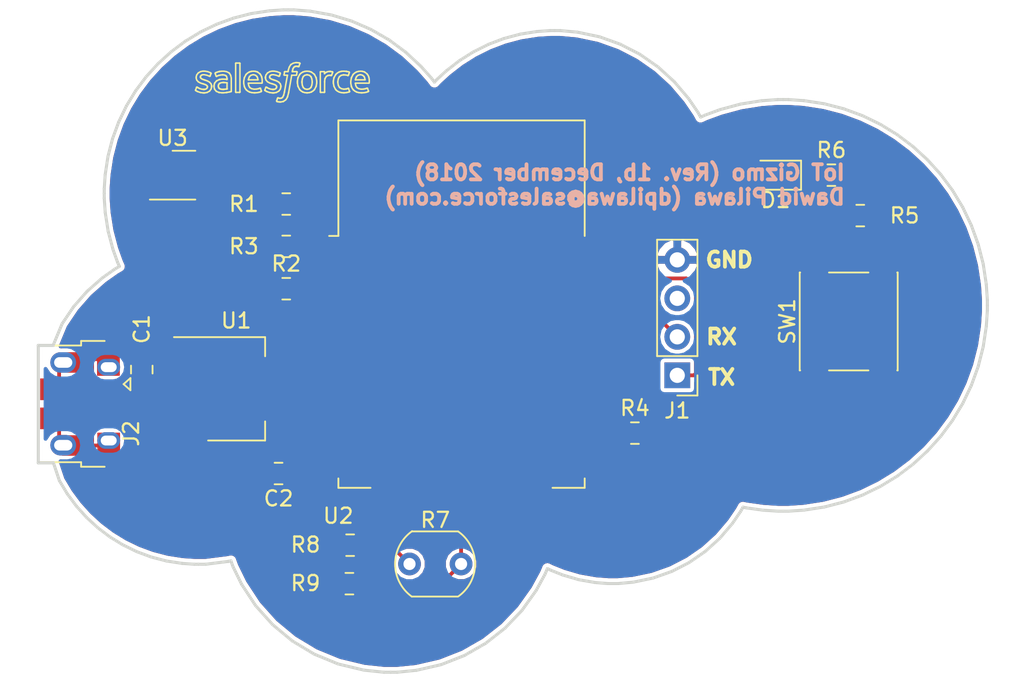
<source format=kicad_pcb>
(kicad_pcb (version 20171130) (host pcbnew 5.0.1)
  (layers (0 F.Cu signal) (31 B.Cu signal) (34 B.Paste user) (35 F.Paste user) (36 B.SilkS user) (37 F.SilkS user) (38 B.Mask user) (39 F.Mask user) (44 Edge.Cuts user))
  (net 0 "")
  (net 1 "Net-(R1-Pad2)")
  (net 2 "Net-(U2-Pad4)")
  (net 3 "Net-(U2-Pad5)")
  (net 4 "Net-(U2-Pad6)")
  (net 5 "Net-(U2-Pad7)")
  (net 6 "Net-(U2-Pad9)")
  (net 7 "Net-(U2-Pad10)")
  (net 8 "Net-(U2-Pad11)")
  (net 9 "Net-(U2-Pad13)")
  (net 10 "Net-(U2-Pad14)")
  (net 11 GND)
  (net 12 "Net-(U2-Pad19)")
  (net 13 "Net-(U2-Pad20)")
  (net 14 +5V)
  (net 15 "Net-(J1-Pad3)")
  (net 16 "Net-(R3-Pad2)")
  (net 17 "Net-(R4-Pad1)")
  (net 18 "Net-(J2-Pad2)")
  (net 19 "Net-(J2-Pad4)")
  (net 20 "Net-(J2-Pad3)")
  (net 21 +3V3)
  (net 22 "Net-(R2-Pad2)")
  (net 23 "Net-(R5-Pad1)")
  (net 24 "Net-(U2-Pad17)")
  (net 25 "Net-(D1-Pad1)")
  (net 26 "Net-(D1-Pad2)")
  (net 27 "Net-(R7-Pad1)")
  (net 28 "Net-(R7-Pad2)")
  (net 29 "Net-(J2-Pad6)")
  (net 30 /TX)
  (net 31 /RX)
  (module Connector_USB:USB_Micro-B_Amphenol_10103594-0001LF_Horizontal (layer F.Cu) (at 111.76 87.63 270)
    (fp_text reference J2 (at 1.925 -3.365 270) (layer F.SilkS))
    (fp_text value USB_B_Micro)
    (pad 6 smd rect (at 2.725 0.185 270) (size 1.35 2) (layers F.Cu F.Paste F.Mask) (net 29 "Net-(J2-Pad6)"))
    (pad 6 smd rect (at -2.755 0.185 270) (size 1.35 2) (layers F.Cu F.Paste F.Mask) (net 29 "Net-(J2-Pad6)"))
    (pad 6 smd rect (at -2.975 -0.565 270) (size 1.825 0.7) (layers F.Cu F.Paste F.Mask) (net 29 "Net-(J2-Pad6)"))
    (pad 6 smd rect (at 2.975 -0.565 270) (size 1.825 0.7) (layers F.Cu F.Paste F.Mask) (net 29 "Net-(J2-Pad6)"))
    (pad 6 smd rect (at -2.875 -1.865 270) (size 2 1.5) (layers F.Cu F.Paste F.Mask) (net 29 "Net-(J2-Pad6)"))
    (pad 6 smd rect (at 2.875 -1.885 270) (size 2 1.5) (layers F.Cu F.Paste F.Mask) (net 29 "Net-(J2-Pad6)"))
    (pad 1 smd rect (at -1.325 -1.765) (size 1.65 0.4) (layers F.Cu F.Paste F.Mask) (net 14 +5V))
    (pad 2 smd rect (at -0.675 -1.765) (size 1.65 0.4) (layers F.Cu F.Paste F.Mask) (net 18 "Net-(J2-Pad2)"))
    (pad 3 smd rect (at -0.025 -1.765) (size 1.65 0.4) (layers F.Cu F.Paste F.Mask) (net 20 "Net-(J2-Pad3)"))
    (pad 4 smd rect (at 0.625 -1.765) (size 1.65 0.4) (layers F.Cu F.Paste F.Mask) (net 19 "Net-(J2-Pad4)"))
    (pad 5 smd rect (at 1.275 -1.765) (size 1.65 0.4) (layers F.Cu F.Paste F.Mask) (net 11 GND))
    (pad 6 thru_hole oval (at -2.445 -1.885) (size 1.5 1.1) (drill oval 1.05 0.65) (layers *.Cu *.Mask) (net 29 "Net-(J2-Pad6)"))
    (pad 6 thru_hole oval (at 2.395 -1.885) (size 1.5 1.1) (drill oval 1.05 0.65) (layers *.Cu *.Mask) (net 29 "Net-(J2-Pad6)"))
    (pad 6 thru_hole oval (at -2.755 1.115) (size 1.7 1.35) (drill oval 1.2 0.7) (layers *.Cu *.Mask) (net 29 "Net-(J2-Pad6)"))
    (pad 6 thru_hole oval (at 2.705 1.115) (size 1.7 1.35) (drill oval 1.2 0.7) (layers *.Cu *.Mask) (net 29 "Net-(J2-Pad6)"))
    (pad 6 smd rect (at -0.985 1.385) (size 2.5 1.43) (layers F.Cu F.Paste F.Mask) (net 29 "Net-(J2-Pad6)"))
    (pad 6 smd rect (at 0.935 1.385) (size 2.5 1.43) (layers F.Cu F.Paste F.Mask) (net 29 "Net-(J2-Pad6)"))
  )
  (module Capacitor_SMD:C_0805_2012Metric (layer F.Cu) (at 115.824 85.344 90)
    (fp_text reference C1 (at 2.667 0 90) (layer F.SilkS))
    (fp_text value 10u)
    (pad 2 smd roundrect (at 0.9375 0 90) (size 0.975 1.4) (layers F.Cu F.Paste F.Mask) (net 11 GND))
    (pad 1 smd roundrect (at -0.9375 0 90) (size 0.975 1.4) (layers F.Cu F.Paste F.Mask) (net 14 +5V))
  )
  (module Capacitor_SMD:C_0805_2012Metric (layer F.Cu) (at 124.841 92.202 180)
    (fp_text reference C2 (at 0 -1.65 180) (layer F.SilkS))
    (fp_text value 10u)
    (pad 1 smd roundrect (at -0.9375 0 180) (size 0.975 1.4) (layers F.Cu F.Paste F.Mask) (net 21 +3V3))
    (pad 2 smd roundrect (at 0.9375 0 180) (size 0.975 1.4) (layers F.Cu F.Paste F.Mask) (net 11 GND))
  )
  (module LED_SMD:LED_0805_2012Metric (layer F.Cu) (at 157.607 72.517 180)
    (fp_text reference D1 (at 0 -1.65 180) (layer F.SilkS))
    (fp_text value LED)
    (pad 1 smd roundrect (at -0.9375 0 180) (size 0.975 1.4) (layers F.Cu F.Paste F.Mask) (net 25 "Net-(D1-Pad1)"))
    (pad 2 smd roundrect (at 0.9375 0 180) (size 0.975 1.4) (layers F.Cu F.Paste F.Mask) (net 26 "Net-(D1-Pad2)"))
  )
  (module Resistor_SMD:R_0805_2012Metric (layer F.Cu) (at 129.513021 99.470298 180)
    (fp_text reference R9 (at 2.894021 0.029298 180) (layer F.SilkS))
    (fp_text value 100k)
    (pad 2 smd roundrect (at 0.9375 0 180) (size 0.975 1.4) (layers F.Cu F.Paste F.Mask) (net 11 GND))
    (pad 1 smd roundrect (at -0.9375 0 180) (size 0.975 1.4) (layers F.Cu F.Paste F.Mask) (net 28 "Net-(R7-Pad2)"))
  )
  (module Resistor_SMD:R_0805_2012Metric (layer F.Cu) (at 161.29 72.517)
    (fp_text reference R6 (at 0 -1.65) (layer F.SilkS))
    (fp_text value 150)
    (pad 1 smd roundrect (at -0.9375 0) (size 0.975 1.4) (layers F.Cu F.Paste F.Mask) (net 25 "Net-(D1-Pad1)"))
    (pad 2 smd roundrect (at 0.9375 0) (size 0.975 1.4) (layers F.Cu F.Paste F.Mask) (net 11 GND))
  )
  (module Resistor_SMD:R_0805_2012Metric (layer F.Cu) (at 163.195 75.184 180)
    (fp_text reference R5 (at -2.921 0 180) (layer F.SilkS))
    (fp_text value 470)
    (pad 2 smd roundrect (at 0.9375 0 180) (size 0.975 1.4) (layers F.Cu F.Paste F.Mask) (net 11 GND))
    (pad 1 smd roundrect (at -0.9375 0 180) (size 0.975 1.4) (layers F.Cu F.Paste F.Mask) (net 23 "Net-(R5-Pad1)"))
  )
  (module Resistor_SMD:R_0805_2012Metric (layer F.Cu) (at 148.336 89.535)
    (fp_text reference R4 (at 0 -1.65) (layer F.SilkS))
    (fp_text value 10k)
    (pad 1 smd roundrect (at -0.9375 0) (size 0.975 1.4) (layers F.Cu F.Paste F.Mask) (net 17 "Net-(R4-Pad1)"))
    (pad 2 smd roundrect (at 0.9375 0) (size 0.975 1.4) (layers F.Cu F.Paste F.Mask) (net 11 GND))
  )
  (module Resistor_SMD:R_0805_2012Metric (layer F.Cu) (at 125.349 77.216)
    (fp_text reference R3 (at -2.794 0) (layer F.SilkS))
    (fp_text value 10k)
    (pad 2 smd roundrect (at 0.9375 0) (size 0.975 1.4) (layers F.Cu F.Paste F.Mask) (net 16 "Net-(R3-Pad2)"))
    (pad 1 smd roundrect (at -0.9375 0) (size 0.975 1.4) (layers F.Cu F.Paste F.Mask) (net 21 +3V3))
  )
  (module Resistor_SMD:R_0805_2012Metric (layer F.Cu) (at 125.349 80.01)
    (fp_text reference R2 (at 0 -1.65) (layer F.SilkS))
    (fp_text value 10k)
    (pad 1 smd roundrect (at -0.9375 0) (size 0.975 1.4) (layers F.Cu F.Paste F.Mask) (net 21 +3V3))
    (pad 2 smd roundrect (at 0.9375 0) (size 0.975 1.4) (layers F.Cu F.Paste F.Mask) (net 22 "Net-(R2-Pad2)"))
  )
  (module Resistor_SMD:R_0805_2012Metric (layer F.Cu) (at 125.349 74.422)
    (fp_text reference R1 (at -2.794 0) (layer F.SilkS))
    (fp_text value 10k)
    (pad 2 smd roundrect (at 0.9375 0) (size 0.975 1.4) (layers F.Cu F.Paste F.Mask) (net 1 "Net-(R1-Pad2)"))
    (pad 1 smd roundrect (at -0.9375 0) (size 0.975 1.4) (layers F.Cu F.Paste F.Mask) (net 21 +3V3))
  )
  (module Resistor_SMD:R_0805_2012Metric (layer F.Cu) (at 129.561521 96.930298)
    (fp_text reference R8 (at -2.942521 -0.029298) (layer F.SilkS))
    (fp_text value 220k)
    (pad 1 smd roundrect (at -0.9375 0) (size 0.975 1.4) (layers F.Cu F.Paste F.Mask) (net 21 +3V3))
    (pad 2 smd roundrect (at 0.9375 0) (size 0.975 1.4) (layers F.Cu F.Paste F.Mask) (net 27 "Net-(R7-Pad1)"))
  )
  (module OptoDevice:R_LDR_5.1x4.3mm_P3.4mm_Vertical (layer F.Cu) (at 133.477 98.171)
    (fp_text reference R7 (at 1.7 -2.9) (layer F.SilkS))
    (fp_text value R_PHOTO)
    (pad 1 thru_hole circle (at 0 0) (size 1.5 1.5) (drill 0.8) (layers *.Cu *.Mask) (net 27 "Net-(R7-Pad1)"))
    (pad 2 thru_hole circle (at 3.4 0) (size 1.5 1.5) (drill 0.8) (layers *.Cu *.Mask) (net 28 "Net-(R7-Pad2)"))
  )
  (module Button_Switch_SMD:SW_SPST_PTS645 (layer F.Cu) (at 162.433 82.169 90)
    (fp_text reference SW1 (at 0 -4.05 90) (layer F.SilkS))
    (fp_text value SW_Push_Dual)
    (pad 2 smd rect (at -3.98 2.25 90) (size 1.55 1.3) (layers F.Cu F.Paste F.Mask) (net 23 "Net-(R5-Pad1)"))
    (pad 1 smd rect (at -3.98 -2.25 90) (size 1.55 1.3) (layers F.Cu F.Paste F.Mask) (net 16 "Net-(R3-Pad2)"))
    (pad 1 smd rect (at 3.98 -2.25 90) (size 1.55 1.3) (layers F.Cu F.Paste F.Mask) (net 16 "Net-(R3-Pad2)"))
    (pad 2 smd rect (at 3.98 2.25 90) (size 1.55 1.3) (layers F.Cu F.Paste F.Mask) (net 23 "Net-(R5-Pad1)"))
  )
  (module Package_DFN_QFN:DFN-6-1EP_3x3mm_P1mm_EP1.5x2.4mm (layer F.Cu) (at 117.856 72.517)
    (fp_text reference U3 (at 0 -2.45) (layer F.SilkS))
    (fp_text value SHT20)
    (pad 7 smd roundrect (at 0 0) (size 1.5 2.4) (layers F.Cu F.Mask) (roundrect_rratio 0.166667))
    (pad 1 smd roundrect (at -1.45 -1) (size 0.8 0.4) (layers F.Cu F.Paste F.Mask) (net 12 "Net-(U2-Pad19)"))
    (pad 2 smd roundrect (at -1.45 0) (size 0.8 0.4) (layers F.Cu F.Paste F.Mask) (net 11 GND))
    (pad 3 smd roundrect (at -1.45 1) (size 0.8 0.4) (layers F.Cu F.Paste F.Mask))
    (pad 4 smd roundrect (at 1.45 1) (size 0.8 0.4) (layers F.Cu F.Paste F.Mask))
    (pad 5 smd roundrect (at 1.45 0) (size 0.8 0.4) (layers F.Cu F.Paste F.Mask) (net 21 +3V3))
    (pad 6 smd roundrect (at 1.45 -1) (size 0.8 0.4) (layers F.Cu F.Paste F.Mask) (net 13 "Net-(U2-Pad20)"))
  )
  (module Connector_PinHeader_2.54mm:PinHeader_1x04_P2.54mm_Vertical (layer F.Cu) (at 151.13 85.725 180)
    (fp_text reference J1 (at 0 -2.33 180) (layer F.SilkS))
    (fp_text value Conn_01x04_Male)
    (pad 1 thru_hole rect (at 0 0 180) (size 1.7 1.7) (drill 1) (layers *.Cu *.Mask) (net 30 /TX))
    (pad 2 thru_hole oval (at 0 2.54 180) (size 1.7 1.7) (drill 1) (layers *.Cu *.Mask) (net 31 /RX))
    (pad 3 thru_hole oval (at 0 5.08 180) (size 1.7 1.7) (drill 1) (layers *.Cu *.Mask) (net 15 "Net-(J1-Pad3)"))
    (pad 4 thru_hole oval (at 0 7.62 180) (size 1.7 1.7) (drill 1) (layers *.Cu *.Mask) (net 11 GND))
  )
  (module Package_TO_SOT_SMD:SOT-223-3_TabPin2 (layer F.Cu) (at 122.047 86.614)
    (fp_text reference U1 (at 0 -4.5) (layer F.SilkS))
    (fp_text value AP1117-33)
    (pad 2 smd rect (at 3.15 0) (size 2 3.8) (layers F.Cu F.Paste F.Mask) (net 21 +3V3))
    (pad 2 smd rect (at -3.15 0) (size 2 1.5) (layers F.Cu F.Paste F.Mask) (net 21 +3V3))
    (pad 3 smd rect (at -3.15 2.3) (size 2 1.5) (layers F.Cu F.Paste F.Mask) (net 14 +5V))
    (pad 1 smd rect (at -3.15 -2.3) (size 2 1.5) (layers F.Cu F.Paste F.Mask) (net 11 GND))
  )
  (module RF_Module:ESP-12E (layer F.Cu) (at 136.906 81.026)
    (fp_text reference U2 (at -8.128 13.97) (layer F.SilkS))
    (fp_text value ESP-12E)
    (pad 22 smd rect (at 7.6 -3.5) (size 2.5 1) (layers F.Cu F.Paste F.Mask) (net 30 /TX))
    (pad 21 smd rect (at 7.6 -1.5) (size 2.5 1) (layers F.Cu F.Paste F.Mask) (net 31 /RX))
    (pad 20 smd rect (at 7.6 0.5) (size 2.5 1) (layers F.Cu F.Paste F.Mask) (net 13 "Net-(U2-Pad20)"))
    (pad 19 smd rect (at 7.6 2.5) (size 2.5 1) (layers F.Cu F.Paste F.Mask) (net 12 "Net-(U2-Pad19)"))
    (pad 18 smd rect (at 7.6 4.5) (size 2.5 1) (layers F.Cu F.Paste F.Mask) (net 16 "Net-(R3-Pad2)"))
    (pad 17 smd rect (at 7.6 6.5) (size 2.5 1) (layers F.Cu F.Paste F.Mask) (net 24 "Net-(U2-Pad17)"))
    (pad 16 smd rect (at 7.6 8.5) (size 2.5 1) (layers F.Cu F.Paste F.Mask) (net 17 "Net-(R4-Pad1)"))
    (pad 15 smd rect (at 7.6 10.5) (size 2.5 1) (layers F.Cu F.Paste F.Mask) (net 11 GND))
    (pad 14 smd rect (at 5 12) (size 1 1.8) (layers F.Cu F.Paste F.Mask) (net 10 "Net-(U2-Pad14)"))
    (pad 13 smd rect (at 3 12) (size 1 1.8) (layers F.Cu F.Paste F.Mask) (net 9 "Net-(U2-Pad13)"))
    (pad 12 smd rect (at 1 12) (size 1 1.8) (layers F.Cu F.Paste F.Mask) (net 26 "Net-(D1-Pad2)"))
    (pad 11 smd rect (at -1 12) (size 1 1.8) (layers F.Cu F.Paste F.Mask) (net 8 "Net-(U2-Pad11)"))
    (pad 10 smd rect (at -3 12) (size 1 1.8) (layers F.Cu F.Paste F.Mask) (net 7 "Net-(U2-Pad10)"))
    (pad 9 smd rect (at -5 12) (size 1 1.8) (layers F.Cu F.Paste F.Mask) (net 6 "Net-(U2-Pad9)"))
    (pad 8 smd rect (at -7.6 10.5) (size 2.5 1) (layers F.Cu F.Paste F.Mask) (net 21 +3V3))
    (pad 7 smd rect (at -7.6 8.5) (size 2.5 1) (layers F.Cu F.Paste F.Mask) (net 5 "Net-(U2-Pad7)"))
    (pad 6 smd rect (at -7.6 6.5) (size 2.5 1) (layers F.Cu F.Paste F.Mask) (net 4 "Net-(U2-Pad6)"))
    (pad 5 smd rect (at -7.6 4.5) (size 2.5 1) (layers F.Cu F.Paste F.Mask) (net 3 "Net-(U2-Pad5)"))
    (pad 4 smd rect (at -7.6 2.5) (size 2.5 1) (layers F.Cu F.Paste F.Mask) (net 2 "Net-(U2-Pad4)"))
    (pad 3 smd rect (at -7.6 0.5) (size 2.5 1) (layers F.Cu F.Paste F.Mask) (net 22 "Net-(R2-Pad2)"))
    (pad 2 smd rect (at -7.6 -1.5) (size 2.5 1) (layers F.Cu F.Paste F.Mask) (net 28 "Net-(R7-Pad2)"))
    (pad 1 smd rect (at -7.6 -3.5) (size 2.5 1) (layers F.Cu F.Paste F.Mask) (net 1 "Net-(R1-Pad2)"))
  )
  (gr_text RX (at 154.051 83.185) (layer F.SilkS) (effects (font (size 1 1) (thickness 0.25))))
  (gr_text TX (at 154.051 85.852) (layer F.SilkS) (effects (font (size 1 1) (thickness 0.25))))
  (gr_text GND (at 154.559 78.105) (layer F.SilkS) (effects (font (size 1 1) (thickness 0.25))))
  (gr_line (start 121.061005 65.66303) (end 120.959755 65.67575) (layer F.SilkS) (width 0.1))
  (gr_line (start 121.150345 65.657) (end 121.061005 65.66303) (layer F.SilkS) (width 0.1))
  (gr_line (start 121.180135 65.657) (end 121.150345 65.657) (layer F.SilkS) (width 0.1))
  (gr_line (start 121.238575 65.657) (end 121.180135 65.657) (layer F.SilkS) (width 0.1))
  (gr_line (start 121.413835 65.68763) (end 121.238575 65.657) (layer F.SilkS) (width 0.1))
  (gr_line (start 121.561795 65.75858) (end 121.413835 65.68763) (layer F.SilkS) (width 0.1))
  (gr_line (start 124.717075 66.707) (end 124.701805 66.75728) (layer F.SilkS) (width 0.1))
  (gr_line (start 124.717075 66.69038) (end 124.717075 66.707) (layer F.SilkS) (width 0.1))
  (gr_line (start 124.717075 66.68516) (end 124.717075 66.69038) (layer F.SilkS) (width 0.1))
  (gr_line (start 124.256455 66.02471) (end 124.270465 65.97929) (layer F.SilkS) (width 0.1))
  (gr_line (start 124.516885 66.23153) (end 124.434385 66.20306) (layer F.SilkS) (width 0.1))
  (gr_line (start 121.297165 66.84842) (end 121.229455 66.85523) (layer F.SilkS) (width 0.1))
  (gr_line (start 121.373185 66.83783) (end 121.297165 66.84842) (layer F.SilkS) (width 0.1))
  (gr_line (start 121.425415 66.82871) (end 121.373185 66.83783) (layer F.SilkS) (width 0.1))
  (gr_line (start 121.444975 66.82499) (end 121.425415 66.82871) (layer F.SilkS) (width 0.1))
  (gr_line (start 121.444975 66.82499) (end 121.444975 66.82499) (layer F.SilkS) (width 0.1))
  (gr_line (start 121.444795 66.82499) (end 121.444975 66.82499) (layer F.SilkS) (width 0.1))
  (gr_line (start 124.002895 66.72503) (end 123.941395 66.89579) (layer F.SilkS) (width 0.1))
  (gr_line (start 124.004665 66.71903) (end 124.002895 66.72503) (layer F.SilkS) (width 0.1))
  (gr_line (start 124.024705 66.70598) (end 124.004665 66.71903) (layer F.SilkS) (width 0.1))
  (gr_line (start 119.411413 66.07937) (end 119.411413 66.12053) (layer F.SilkS) (width 0.1))
  (gr_line (start 120.14986 66.66806) (end 120.14986 66.68516) (layer F.SilkS) (width 0.1))
  (gr_line (start 126.572545 66.81962) (end 126.483055 66.74732) (layer F.SilkS) (width 0.1))
  (gr_line (start 126.684685 66.85019) (end 126.572545 66.81962) (layer F.SilkS) (width 0.1))
  (gr_line (start 126.722125 66.85019) (end 126.684685 66.85019) (layer F.SilkS) (width 0.1))
  (gr_line (start 126.759385 66.85019) (end 126.722125 66.85019) (layer F.SilkS) (width 0.1))
  (gr_line (start 124.256455 66.03983) (end 124.256455 66.02471) (layer F.SilkS) (width 0.1))
  (gr_line (start 128.034475 65.70488) (end 128.020795 65.71103) (layer F.SilkS) (width 0.1))
  (gr_line (start 128.113375 65.68094) (end 128.034475 65.70488) (layer F.SilkS) (width 0.1))
  (gr_line (start 128.220325 65.67263) (end 128.113375 65.68094) (layer F.SilkS) (width 0.1))
  (gr_line (start 128.248165 65.6744) (end 128.220325 65.67263) (layer F.SilkS) (width 0.1))
  (gr_line (start 128.262505 65.67524) (end 128.248165 65.6744) (layer F.SilkS) (width 0.1))
  (gr_line (start 128.338015 65.68628) (end 128.262505 65.67524) (layer F.SilkS) (width 0.1))
  (gr_line (start 125.383765 67.45046) (end 125.425435 67.36292) (layer F.SilkS) (width 0.1))
  (gr_line (start 125.331685 67.52567) (end 125.383765 67.45046) (layer F.SilkS) (width 0.1))
  (gr_line (start 125.318785 67.53998) (end 125.331685 67.52567) (layer F.SilkS) (width 0.1))
  (gr_line (start 125.306755 67.553) (end 125.318785 67.53998) (layer F.SilkS) (width 0.1))
  (gr_line (start 125.171185 67.64792) (end 125.306755 67.553) (layer F.SilkS) (width 0.1))
  (gr_line (start 125.155885 67.65356) (end 125.171185 67.64792) (layer F.SilkS) (width 0.1))
  (gr_line (start 130.677535 65.83721) (end 130.663225 65.82188) (layer F.SilkS) (width 0.1))
  (gr_line (start 130.686475 65.84678) (end 130.677535 65.83721) (layer F.SilkS) (width 0.1))
  (gr_line (start 130.739035 65.92346) (end 130.686475 65.84678) (layer F.SilkS) (width 0.1))
  (gr_line (start 130.784785 66.02258) (end 130.739035 65.92346) (layer F.SilkS) (width 0.1))
  (gr_line (start 130.790335 66.0434) (end 130.784785 66.02258) (layer F.SilkS) (width 0.1))
  (gr_line (start 124.665475 65.91791) (end 124.826125 65.97569) (layer F.SilkS) (width 0.1))
  (gr_line (start 124.507765 65.88863) (end 124.665475 65.91791) (layer F.SilkS) (width 0.1))
  (gr_line (start 123.939265 66.90131) (end 123.939745 66.92066) (layer F.SilkS) (width 0.1))
  (gr_line (start 124.995085 66.65588) (end 124.995085 66.65066) (layer F.SilkS) (width 0.1))
  (gr_line (start 120.428005 66.70094) (end 120.428005 66.65588) (layer F.SilkS) (width 0.1))
  (gr_line (start 129.511015 65.73986) (end 129.506305 65.72273) (layer F.SilkS) (width 0.1))
  (gr_line (start 129.509545 65.74457) (end 129.511015 65.73986) (layer F.SilkS) (width 0.1))
  (gr_line (start 129.503365 65.762) (end 129.509545 65.74457) (layer F.SilkS) (width 0.1))
  (gr_line (start 129.476995 65.83604) (end 129.503365 65.762) (layer F.SilkS) (width 0.1))
  (gr_line (start 129.451285 65.90681) (end 129.476995 65.83604) (layer F.SilkS) (width 0.1))
  (gr_line (start 124.073515 67.00304) (end 124.262785 67.06649) (layer F.SilkS) (width 0.1))
  (gr_line (start 124.700005 67.05869) (end 124.859185 66.97244) (layer F.SilkS) (width 0.1))
  (gr_line (start 127.313095 66.07091) (end 127.214305 65.88227) (layer F.SilkS) (width 0.1))
  (gr_line (start 127.319635 66.09254) (end 127.313095 66.07091) (layer F.SilkS) (width 0.1))
  (gr_line (start 123.941395 66.89579) (end 123.941395 66.89579) (layer F.SilkS) (width 0.1))
  (gr_line (start 125.140435 67.65896) (end 125.155885 67.65356) (layer F.SilkS) (width 0.1))
  (gr_line (start 124.993465 67.68713) (end 125.140435 67.65896) (layer F.SilkS) (width 0.1))
  (gr_line (start 124.939435 67.68713) (end 124.993465 67.68713) (layer F.SilkS) (width 0.1))
  (gr_line (start 124.910125 67.68713) (end 124.939435 67.68713) (layer F.SilkS) (width 0.1))
  (gr_line (start 124.822555 67.67783) (end 124.910125 67.68713) (layer F.SilkS) (width 0.1))
  (gr_line (start 124.810345 67.67507) (end 124.822555 67.67783) (layer F.SilkS) (width 0.1))
  (gr_line (start 121.399705 67.06553) (end 121.421665 67.06178) (layer F.SilkS) (width 0.1))
  (gr_line (start 121.220815 67.08407) (end 121.399705 67.06553) (layer F.SilkS) (width 0.1))
  (gr_line (start 121.153915 67.08407) (end 121.220815 67.08407) (layer F.SilkS) (width 0.1))
  (gr_line (start 121.099885 67.08407) (end 121.153915 67.08407) (layer F.SilkS) (width 0.1))
  (gr_line (start 120.937795 67.06406) (end 121.099885 67.08407) (layer F.SilkS) (width 0.1))
  (gr_line (start 120.920545 67.06016) (end 120.937795 67.06406) (layer F.SilkS) (width 0.1))
  (gr_line (start 119.411413 66.07415) (end 119.411413 66.07937) (layer F.SilkS) (width 0.1))
  (gr_line (start 123.947875 66.93011) (end 123.954865 66.93533) (layer F.SilkS) (width 0.1))
  (gr_line (start 119.411413 66.0317) (end 119.411413 66.07415) (layer F.SilkS) (width 0.1))
  (gr_line (start 124.554955 65.65442) (end 124.494415 65.65442) (layer F.SilkS) (width 0.1))
  (gr_line (start 124.736755 65.68763) (end 124.554955 65.65442) (layer F.SilkS) (width 0.1))
  (gr_line (start 124.912045 65.75645) (end 124.736755 65.68763) (layer F.SilkS) (width 0.1))
  (gr_line (start 119.411413 66.12053) (end 119.44885 66.24407) (layer F.SilkS) (width 0.1))
  (gr_line (start 130.469995 65.99912) (end 130.483825 66.01979) (layer F.SilkS) (width 0.1))
  (gr_line (start 130.383085 65.92508) (end 130.469995 65.99912) (layer F.SilkS) (width 0.1))
  (gr_line (start 130.273225 65.89202) (end 130.383085 65.92508) (layer F.SilkS) (width 0.1))
  (gr_line (start 130.236745 65.89202) (end 130.273225 65.89202) (layer F.SilkS) (width 0.1))
  (gr_line (start 130.199335 65.89202) (end 130.236745 65.89202) (layer F.SilkS) (width 0.1))
  (gr_line (start 129.763645 65.86991) (end 129.750115 65.88599) (layer F.SilkS) (width 0.1))
  (gr_line (start 129.776965 65.85362) (end 129.763645 65.86991) (layer F.SilkS) (width 0.1))
  (gr_line (start 129.854635 65.78249) (end 129.776965 65.85362) (layer F.SilkS) (width 0.1))
  (gr_line (start 129.946435 65.72453) (end 129.854635 65.78249) (layer F.SilkS) (width 0.1))
  (gr_line (start 129.966745 65.71511) (end 129.946435 65.72453) (layer F.SilkS) (width 0.1))
  (gr_line (start 124.256455 66.0452) (end 124.256455 66.03983) (layer F.SilkS) (width 0.1))
  (gr_line (start 119.97766 66.2405) (end 119.949988 66.23153) (layer F.SilkS) (width 0.1))
  (gr_line (start 119.446897 65.90423) (end 119.411413 66.0317) (layer F.SilkS) (width 0.1))
  (gr_line (start 124.801375 67.67294) (end 124.810345 67.67507) (layer F.SilkS) (width 0.1))
  (gr_line (start 124.736305 67.65356) (end 124.801375 67.67294) (layer F.SilkS) (width 0.1))
  (gr_line (start 124.729765 67.65131) (end 124.736305 67.65356) (layer F.SilkS) (width 0.1))
  (gr_line (start 124.727005 67.65017) (end 124.729765 67.65131) (layer F.SilkS) (width 0.1))
  (gr_line (start 124.714465 67.62038) (end 124.727005 67.65017) (layer F.SilkS) (width 0.1))
  (gr_line (start 124.716085 67.616) (end 124.714465 67.62038) (layer F.SilkS) (width 0.1))
  (gr_line (start 124.945075 65.84027) (end 124.955035 65.81324) (layer F.SilkS) (width 0.1))
  (gr_line (start 124.924915 65.89463) (end 124.945075 65.84027) (layer F.SilkS) (width 0.1))
  (gr_line (start 119.387977 66.93533) (end 119.460406 66.97829) (layer F.SilkS) (width 0.1))
  (gr_line (start 119.522743 66.74003) (end 119.480914 66.71333) (layer F.SilkS) (width 0.1))
  (gr_line (start 124.432765 67.08899) (end 124.489555 67.08899) (layer F.SilkS) (width 0.1))
  (gr_line (start 119.888302 65.88863) (end 119.940709 65.88863) (layer F.SilkS) (width 0.1))
  (gr_line (start 121.725535 66.97424) (end 121.725535 66.97424) (layer F.SilkS) (width 0.1))
  (gr_line (start 121.723585 66.98657) (end 121.725535 66.97424) (layer F.SilkS) (width 0.1))
  (gr_line (start 121.710595 67.00175) (end 121.723585 66.98657) (layer F.SilkS) (width 0.1))
  (gr_line (start 121.705375 67.00304) (end 121.710595 67.00175) (layer F.SilkS) (width 0.1))
  (gr_line (start 121.705375 67.00304) (end 121.705375 67.00304) (layer F.SilkS) (width 0.1))
  (gr_line (start 121.685515 67.00823) (end 121.705375 67.00304) (layer F.SilkS) (width 0.1))
  (gr_line (start 125.225875 65.92295) (end 125.233165 65.92295) (layer F.SilkS) (width 0.1))
  (gr_line (start 125.204035 65.89886) (end 125.225875 65.92295) (layer F.SilkS) (width 0.1))
  (gr_line (start 125.204725 65.89463) (end 125.204035 65.89886) (layer F.SilkS) (width 0.1))
  (gr_line (start 125.237245 65.71103) (end 125.204725 65.89463) (layer F.SilkS) (width 0.1))
  (gr_line (start 125.238385 65.7047) (end 125.237245 65.71103) (layer F.SilkS) (width 0.1))
  (gr_line (start 125.254015 65.68823) (end 125.238385 65.7047) (layer F.SilkS) (width 0.1))
  (gr_line (start 128.813095 65.72228) (end 128.718865 65.77892) (layer F.SilkS) (width 0.1))
  (gr_line (start 128.833915 65.71298) (end 128.813095 65.72228) (layer F.SilkS) (width 0.1))
  (gr_line (start 128.854765 65.70359) (end 128.833915 65.71298) (layer F.SilkS) (width 0.1))
  (gr_line (start 128.969335 65.67098) (end 128.854765 65.70359) (layer F.SilkS) (width 0.1))
  (gr_line (start 129.085585 65.657) (end 128.969335 65.67098) (layer F.SilkS) (width 0.1))
  (gr_line (start 130.087495 65.9249) (end 130.199335 65.89202) (layer F.SilkS) (width 0.1))
  (gr_line (start 129.998335 65.99912) (end 130.087495 65.9249) (layer F.SilkS) (width 0.1))
  (gr_line (start 129.984835 66.01979) (end 129.998335 65.99912) (layer F.SilkS) (width 0.1))
  (gr_line (start 129.975865 66.03332) (end 129.984835 66.01979) (layer F.SilkS) (width 0.1))
  (gr_line (start 129.940375 66.11273) (end 129.975865 66.03332) (layer F.SilkS) (width 0.1))
  (gr_line (start 120.428005 66.65588) (end 120.428005 66.65066) (layer F.SilkS) (width 0.1))
  (gr_line (start 120.127234 66.61694) (end 120.14986 66.66806) (layer F.SilkS) (width 0.1))
  (gr_line (start 119.940709 65.88863) (end 120.098425 65.91791) (layer F.SilkS) (width 0.1))
  (gr_line (start 126.056095 65.09225) (end 126.028285 65.09225) (layer F.SilkS) (width 0.1))
  (gr_line (start 126.139585 65.09954) (end 126.056095 65.09225) (layer F.SilkS) (width 0.1))
  (gr_line (start 126.148075 65.10116) (end 126.139585 65.09954) (layer F.SilkS) (width 0.1))
  (gr_line (start 126.156385 65.10266) (end 126.148075 65.10116) (layer F.SilkS) (width 0.1))
  (gr_line (start 126.227965 65.11973) (end 126.156385 65.10266) (layer F.SilkS) (width 0.1))
  (gr_line (start 126.235135 65.12198) (end 126.227965 65.11973) (layer F.SilkS) (width 0.1))
  (gr_line (start 122.545825 66.45044) (end 122.579215 66.64025) (layer F.SilkS) (width 0.1))
  (gr_line (start 122.545825 66.38015) (end 122.545825 66.45044) (layer F.SilkS) (width 0.1))
  (gr_line (start 122.545825 66.3152) (end 122.545825 66.38015) (layer F.SilkS) (width 0.1))
  (gr_line (start 122.578075 66.12038) (end 122.545825 66.3152) (layer F.SilkS) (width 0.1))
  (gr_line (start 122.584585 66.09875) (end 122.578075 66.12038) (layer F.SilkS) (width 0.1))
  (gr_line (start 122.590915 66.07679) (end 122.584585 66.09875) (layer F.SilkS) (width 0.1))
  (gr_line (start 123.602335 66.78215) (end 123.561955 66.79733) (layer F.SilkS) (width 0.1))
  (gr_line (start 123.615835 66.77729) (end 123.602335 66.78215) (layer F.SilkS) (width 0.1))
  (gr_line (start 123.615835 66.77729) (end 123.615835 66.77729) (layer F.SilkS) (width 0.1))
  (gr_line (start 123.629005 66.77582) (end 123.615835 66.77729) (layer F.SilkS) (width 0.1))
  (gr_line (start 123.647245 66.78704) (end 123.629005 66.77582) (layer F.SilkS) (width 0.1))
  (gr_line (start 123.649225 66.79241) (end 123.647245 66.78704) (layer F.SilkS) (width 0.1))
  (gr_line (start 123.939745 66.92066) (end 123.947035 66.929) (layer F.SilkS) (width 0.1))
  (gr_line (start 120.428005 66.65066) (end 120.428005 66.61112) (layer F.SilkS) (width 0.1))
  (gr_line (start 124.861135 67.43825) (end 124.855915 67.43711) (layer F.SilkS) (width 0.1))
  (gr_line (start 124.866325 67.43924) (end 124.861135 67.43825) (layer F.SilkS) (width 0.1))
  (gr_line (start 124.913845 67.44608) (end 124.866325 67.43924) (layer F.SilkS) (width 0.1))
  (gr_line (start 124.931575 67.44608) (end 124.913845 67.44608) (layer F.SilkS) (width 0.1))
  (gr_line (start 124.955515 67.44608) (end 124.931575 67.44608) (layer F.SilkS) (width 0.1))
  (gr_line (start 125.027785 67.43354) (end 124.955515 67.44608) (layer F.SilkS) (width 0.1))
  (gr_line (start 119.683714 66.43208) (end 119.798296 66.47228) (layer F.SilkS) (width 0.1))
  (gr_line (start 120.301225 65.99588) (end 120.323845 65.98544) (layer F.SilkS) (width 0.1))
  (gr_line (start 119.870398 66.49358) (end 119.897092 66.50174) (layer F.SilkS) (width 0.1))
  (gr_line (start 128.971015 65.93336) (end 129.097765 65.90132) (layer F.SilkS) (width 0.1))
  (gr_line (start 128.866975 66.0074) (end 128.971015 65.93336) (layer F.SilkS) (width 0.1))
  (gr_line (start 128.851225 66.0284) (end 128.866975 66.0074) (layer F.SilkS) (width 0.1))
  (gr_line (start 128.835085 66.0494) (end 128.851225 66.0284) (layer F.SilkS) (width 0.1))
  (gr_line (start 128.777305 66.17621) (end 128.835085 66.0494) (layer F.SilkS) (width 0.1))
  (gr_line (start 119.43778 66.71888) (end 119.43583 66.72503) (layer F.SilkS) (width 0.1))
  (gr_line (start 128.504515 66.06944) (end 128.497495 66.09107) (layer F.SilkS) (width 0.1))
  (gr_line (start 128.610295 65.88065) (end 128.504515 66.06944) (layer F.SilkS) (width 0.1))
  (gr_line (start 128.624305 65.86487) (end 128.610295 65.88065) (layer F.SilkS) (width 0.1))
  (gr_line (start 128.638285 65.84891) (end 128.624305 65.86487) (layer F.SilkS) (width 0.1))
  (gr_line (start 128.718865 65.77892) (end 128.638285 65.84891) (layer F.SilkS) (width 0.1))
  (gr_line (start 129.191845 67.08329) (end 129.339955 67.06469) (layer F.SilkS) (width 0.1))
  (gr_line (start 129.142555 67.08329) (end 129.191845 67.08329) (layer F.SilkS) (width 0.1))
  (gr_line (start 129.102685 67.08329) (end 129.142555 67.08329) (layer F.SilkS) (width 0.1))
  (gr_line (start 128.983045 67.07108) (end 129.102685 67.08329) (layer F.SilkS) (width 0.1))
  (gr_line (start 128.843875 67.03463) (end 128.983045 67.07108) (layer F.SilkS) (width 0.1))
  (gr_line (start 124.609975 66.2615) (end 124.571425 66.24929) (layer F.SilkS) (width 0.1))
  (gr_line (start 128.392045 65.69837) (end 128.338015 65.68628) (layer F.SilkS) (width 0.1))
  (gr_line (start 128.395795 65.69981) (end 128.392045 65.69837) (layer F.SilkS) (width 0.1))
  (gr_line (start 128.397265 65.70029) (end 128.395795 65.69981) (layer F.SilkS) (width 0.1))
  (gr_line (start 128.407015 65.7089) (end 128.397265 65.70029) (layer F.SilkS) (width 0.1))
  (gr_line (start 128.410585 65.72648) (end 128.407015 65.7089) (layer F.SilkS) (width 0.1))
  (gr_line (start 128.408965 65.73137) (end 128.410585 65.72648) (layer F.SilkS) (width 0.1))
  (gr_line (start 123.706675 66.95369) (end 123.649225 66.79241) (layer F.SilkS) (width 0.1))
  (gr_line (start 123.709435 66.96023) (end 123.706675 66.95369) (layer F.SilkS) (width 0.1))
  (gr_line (start 123.710875 66.98303) (end 123.709435 66.96023) (layer F.SilkS) (width 0.1))
  (gr_line (start 123.701635 66.99458) (end 123.710875 66.98303) (layer F.SilkS) (width 0.1))
  (gr_line (start 123.699175 66.99602) (end 123.701635 66.99458) (layer F.SilkS) (width 0.1))
  (gr_line (start 123.685495 67.00352) (end 123.699175 66.99602) (layer F.SilkS) (width 0.1))
  (gr_line (start 119.867305 66.20306) (end 119.775508 66.16202) (layer F.SilkS) (width 0.1))
  (gr_line (start 119.559202 66.76277) (end 119.528275 66.74327) (layer F.SilkS) (width 0.1))
  (gr_line (start 129.986935 65.70548) (end 129.966745 65.71511) (layer F.SilkS) (width 0.1))
  (gr_line (start 130.101205 65.67233) (end 129.986935 65.70548) (layer F.SilkS) (width 0.1))
  (gr_line (start 130.218385 65.65844) (end 130.101205 65.67233) (layer F.SilkS) (width 0.1))
  (gr_line (start 130.257595 65.65844) (end 130.218385 65.65844) (layer F.SilkS) (width 0.1))
  (gr_line (start 130.291135 65.65844) (end 130.257595 65.65844) (layer F.SilkS) (width 0.1))
  (gr_line (start 128.725555 66.97409) (end 128.843875 67.03463) (layer F.SilkS) (width 0.1))
  (gr_line (start 128.649715 66.91337) (end 128.725555 66.97409) (layer F.SilkS) (width 0.1))
  (gr_line (start 128.628385 66.88973) (end 128.649715 66.91337) (layer F.SilkS) (width 0.1))
  (gr_line (start 128.599555 66.85769) (end 128.628385 66.88973) (layer F.SilkS) (width 0.1))
  (gr_line (start 128.498515 66.66353) (end 128.599555 66.85769) (layer F.SilkS) (width 0.1))
  (gr_line (start 120.755485 65.99525) (end 120.768025 65.98919) (layer F.SilkS) (width 0.1))
  (gr_line (start 120.755485 65.99525) (end 120.755485 65.99525) (layer F.SilkS) (width 0.1))
  (gr_line (start 120.755485 65.99525) (end 120.755485 65.99525) (layer F.SilkS) (width 0.1))
  (gr_line (start 120.743935 65.99603) (end 120.755485 65.99525) (layer F.SilkS) (width 0.1))
  (gr_line (start 120.728305 65.98562) (end 120.743935 65.99603) (layer F.SilkS) (width 0.1))
  (gr_line (start 120.726685 65.98091) (end 120.728305 65.98562) (layer F.SilkS) (width 0.1))
  (gr_line (start 125.266885 65.6855) (end 125.254015 65.68823) (layer F.SilkS) (width 0.1))
  (gr_line (start 125.266885 65.6855) (end 125.266885 65.6855) (layer F.SilkS) (width 0.1))
  (gr_line (start 125.467075 65.6855) (end 125.266885 65.6855) (layer F.SilkS) (width 0.1))
  (gr_line (start 125.477845 65.62592) (end 125.467075 65.6855) (layer F.SilkS) (width 0.1))
  (gr_line (start 125.485285 65.58167) (end 125.477845 65.62592) (layer F.SilkS) (width 0.1))
  (gr_line (start 125.544715 65.3927) (end 125.485285 65.58167) (layer F.SilkS) (width 0.1))
  (gr_line (start 119.867791 65.88863) (end 119.888302 65.88863) (layer F.SilkS) (width 0.1))
  (gr_line (start 119.712685 66.11144) (end 119.689573 66.06161) (layer F.SilkS) (width 0.1))
  (gr_line (start 120.893185 66.74603) (end 120.871375 66.665) (layer F.SilkS) (width 0.1))
  (gr_line (start 120.897565 66.75287) (end 120.893185 66.74603) (layer F.SilkS) (width 0.1))
  (gr_line (start 120.900505 66.75728) (end 120.897565 66.75287) (layer F.SilkS) (width 0.1))
  (gr_line (start 120.914515 66.77516) (end 120.900505 66.75728) (layer F.SilkS) (width 0.1))
  (gr_line (start 120.939895 66.79796) (end 120.914515 66.77516) (layer F.SilkS) (width 0.1))
  (gr_line (start 120.948535 66.80495) (end 120.939895 66.79796) (layer F.SilkS) (width 0.1))
  (gr_line (start 126.572545 65.92766) (end 126.684685 65.89742) (layer F.SilkS) (width 0.1))
  (gr_line (start 126.483055 65.99912) (end 126.572545 65.92766) (layer F.SilkS) (width 0.1))
  (gr_line (start 126.469675 66.01979) (end 126.483055 65.99912) (layer F.SilkS) (width 0.1))
  (gr_line (start 126.455995 66.04046) (end 126.469675 66.01979) (layer F.SilkS) (width 0.1))
  (gr_line (start 129.872335 66.96965) (end 129.972625 67.02386) (layer F.SilkS) (width 0.1))
  (gr_line (start 129.787885 66.90116) (end 129.872335 66.96965) (layer F.SilkS) (width 0.1))
  (gr_line (start 129.773395 66.88553) (end 129.787885 66.90116) (layer F.SilkS) (width 0.1))
  (gr_line (start 129.758755 66.8699) (end 129.773395 66.88553) (layer F.SilkS) (width 0.1))
  (gr_line (start 129.697705 66.78215) (end 129.758755 66.8699) (layer F.SilkS) (width 0.1))
  (gr_line (start 120.428005 66.61112) (end 120.390565 66.49277) (layer F.SilkS) (width 0.1))
  (gr_line (start 129.652285 66.68288) (end 129.697705 66.78215) (layer F.SilkS) (width 0.1))
  (gr_line (start 129.645625 66.66158) (end 129.652285 66.68288) (layer F.SilkS) (width 0.1))
  (gr_line (start 129.638965 66.64025) (end 129.645625 66.66158) (layer F.SilkS) (width 0.1))
  (gr_line (start 129.605425 66.45044) (end 129.638965 66.64025) (layer F.SilkS) (width 0.1))
  (gr_line (start 129.605425 66.38015) (end 129.605425 66.45044) (layer F.SilkS) (width 0.1))
  (gr_line (start 121.444795 66.42407) (end 121.444795 66.82499) (layer F.SilkS) (width 0.1))
  (gr_line (start 121.444795 66.42407) (end 121.444795 66.42407) (layer F.SilkS) (width 0.1))
  (gr_line (start 121.425085 66.42116) (end 121.444795 66.42407) (layer F.SilkS) (width 0.1))
  (gr_line (start 121.372495 66.4145) (end 121.425085 66.42116) (layer F.SilkS) (width 0.1))
  (gr_line (start 121.296175 66.40766) (end 121.372495 66.4145) (layer F.SilkS) (width 0.1))
  (gr_line (start 121.228315 66.40391) (end 121.296175 66.40766) (layer F.SilkS) (width 0.1))
  (gr_line (start 120.390565 66.49277) (end 120.293095 66.38162) (layer F.SilkS) (width 0.1))
  (gr_line (start 123.954865 66.93533) (end 124.027465 66.97829) (layer F.SilkS) (width 0.1))
  (gr_line (start 124.717555 67.61156) (end 124.716085 67.616) (layer F.SilkS) (width 0.1))
  (gr_line (start 124.727965 67.58312) (end 124.717555 67.61156) (layer F.SilkS) (width 0.1))
  (gr_line (start 124.748515 67.52678) (end 124.727965 67.58312) (layer F.SilkS) (width 0.1))
  (gr_line (start 124.769185 67.47017) (end 124.748515 67.52678) (layer F.SilkS) (width 0.1))
  (gr_line (start 124.779745 67.44149) (end 124.769185 67.47017) (layer F.SilkS) (width 0.1))
  (gr_line (start 124.781545 67.43678) (end 124.779745 67.44149) (layer F.SilkS) (width 0.1))
  (gr_line (start 124.542145 67.08899) (end 124.700005 67.05869) (layer F.SilkS) (width 0.1))
  (gr_line (start 129.393835 65.93387) (end 129.415345 65.94071) (layer F.SilkS) (width 0.1))
  (gr_line (start 129.285745 65.91074) (end 129.393835 65.93387) (layer F.SilkS) (width 0.1))
  (gr_line (start 129.176395 65.90132) (end 129.285745 65.91074) (layer F.SilkS) (width 0.1))
  (gr_line (start 129.140095 65.90132) (end 129.176395 65.90132) (layer F.SilkS) (width 0.1))
  (gr_line (start 129.097765 65.90132) (end 129.140095 65.90132) (layer F.SilkS) (width 0.1))
  (gr_line (start 119.689573 66.02471) (end 119.703568 65.97929) (layer F.SilkS) (width 0.1))
  (gr_line (start 119.546668 65.77157) (end 119.446897 65.90423) (layer F.SilkS) (width 0.1))
  (gr_line (start 123.219685 66.84209) (end 123.075625 66.81392) (layer F.SilkS) (width 0.1))
  (gr_line (start 123.253885 66.84224) (end 123.219685 66.84209) (layer F.SilkS) (width 0.1))
  (gr_line (start 123.287725 66.84224) (end 123.253885 66.84224) (layer F.SilkS) (width 0.1))
  (gr_line (start 123.389755 66.83552) (end 123.287725 66.84224) (layer F.SilkS) (width 0.1))
  (gr_line (start 123.489715 66.81863) (end 123.389755 66.83552) (layer F.SilkS) (width 0.1))
  (gr_line (start 123.561955 66.79733) (end 123.489715 66.81863) (layer F.SilkS) (width 0.1))
  (gr_line (start 120.14986 66.69038) (end 120.14986 66.707) (layer F.SilkS) (width 0.1))
  (gr_line (start 127.187785 65.85053) (end 127.020955 65.72357) (layer F.SilkS) (width 0.1))
  (gr_line (start 127.201135 65.86649) (end 127.187785 65.85053) (layer F.SilkS) (width 0.1))
  (gr_line (start 127.214305 65.88227) (end 127.201135 65.86649) (layer F.SilkS) (width 0.1))
  (gr_line (start 124.544395 66.52811) (end 124.633435 66.56699) (layer F.SilkS) (width 0.1))
  (gr_line (start 124.464115 66.50174) (end 124.544395 66.52811) (layer F.SilkS) (width 0.1))
  (gr_line (start 124.437475 66.49358) (end 124.464115 66.50174) (layer F.SilkS) (width 0.1))
  (gr_line (start 127.201135 66.87854) (end 127.214305 66.86258) (layer F.SilkS) (width 0.1))
  (gr_line (start 127.187785 66.89432) (end 127.201135 66.87854) (layer F.SilkS) (width 0.1))
  (gr_line (start 127.110805 66.96413) (end 127.187785 66.89432) (layer F.SilkS) (width 0.1))
  (gr_line (start 127.020955 67.02029) (end 127.110805 66.96413) (layer F.SilkS) (width 0.1))
  (gr_line (start 119.699827 65.68532) (end 119.546668 65.77157) (layer F.SilkS) (width 0.1))
  (gr_line (start 119.806273 65.89982) (end 119.867791 65.88863) (layer F.SilkS) (width 0.1))
  (gr_line (start 124.724095 66.30446) (end 124.609975 66.2615) (layer F.SilkS) (width 0.1))
  (gr_line (start 120.376915 65.77598) (end 120.374305 65.77436) (layer F.SilkS) (width 0.1))
  (gr_line (start 126.722125 67.08392) (end 126.759385 67.08392) (layer F.SilkS) (width 0.1))
  (gr_line (start 126.684685 67.08392) (end 126.722125 67.08392) (layer F.SilkS) (width 0.1))
  (gr_line (start 126.572725 67.07009) (end 126.684685 67.08392) (layer F.SilkS) (width 0.1))
  (gr_line (start 126.462685 67.03838) (end 126.572725 67.07009) (layer F.SilkS) (width 0.1))
  (gr_line (start 129.457975 66.80981) (end 129.457975 66.80981) (layer F.SilkS) (width 0.1))
  (gr_line (start 129.521935 66.98645) (end 129.457975 66.80981) (layer F.SilkS) (width 0.1))
  (gr_line (start 129.523705 66.99134) (end 129.521935 66.98645) (layer F.SilkS) (width 0.1))
  (gr_line (start 124.455385 65.88863) (end 124.507765 65.88863) (layer F.SilkS) (width 0.1))
  (gr_line (start 124.860115 66.38162) (end 124.724095 66.30446) (layer F.SilkS) (width 0.1))
  (gr_line (start 124.571425 66.24929) (end 124.544725 66.2405) (layer F.SilkS) (width 0.1))
  (gr_line (start 120.390895 65.80529) (end 120.376915 65.77598) (layer F.SilkS) (width 0.1))
  (gr_line (start 120.293095 66.38162) (end 120.157018 66.30446) (layer F.SilkS) (width 0.1))
  (gr_line (start 119.528275 66.74327) (end 119.522743 66.74003) (layer F.SilkS) (width 0.1))
  (gr_line (start 121.299265 66.18566) (end 121.299265 66.18566) (layer F.SilkS) (width 0.1))
  (gr_line (start 121.299265 66.18566) (end 121.299265 66.18566) (layer F.SilkS) (width 0.1))
  (gr_line (start 121.343395 66.19004) (end 121.299265 66.18566) (layer F.SilkS) (width 0.1))
  (gr_line (start 129.424765 66.79403) (end 129.415165 66.79763) (layer F.SilkS) (width 0.1))
  (gr_line (start 129.424765 66.79403) (end 129.424765 66.79403) (layer F.SilkS) (width 0.1))
  (gr_line (start 129.438085 66.79241) (end 129.424765 66.79403) (layer F.SilkS) (width 0.1))
  (gr_line (start 129.455995 66.80429) (end 129.438085 66.79241) (layer F.SilkS) (width 0.1))
  (gr_line (start 129.457975 66.80981) (end 129.455995 66.80429) (layer F.SilkS) (width 0.1))
  (gr_line (start 119.689573 66.06161) (end 119.689573 66.0452) (layer F.SilkS) (width 0.1))
  (gr_line (start 124.957645 66.49277) (end 124.860115 66.38162) (layer F.SilkS) (width 0.1))
  (gr_line (start 120.098425 65.91791) (end 120.259075 65.97569) (layer F.SilkS) (width 0.1))
  (gr_line (start 127.059205 66.3725) (end 127.059205 66.3725) (layer F.SilkS) (width 0.1))
  (gr_line (start 120.157018 66.30446) (end 120.042925 66.2615) (layer F.SilkS) (width 0.1))
  (gr_line (start 120.664195 65.81324) (end 120.726685 65.98091) (layer F.SilkS) (width 0.1))
  (gr_line (start 120.661915 65.80742) (end 120.664195 65.81324) (layer F.SilkS) (width 0.1))
  (gr_line (start 120.664495 65.78657) (end 120.661915 65.80742) (layer F.SilkS) (width 0.1))
  (gr_line (start 120.671995 65.77811) (end 120.664495 65.78657) (layer F.SilkS) (width 0.1))
  (gr_line (start 120.671995 65.77811) (end 120.671995 65.77811) (layer F.SilkS) (width 0.1))
  (gr_line (start 120.688765 65.76491) (end 120.671995 65.77811) (layer F.SilkS) (width 0.1))
  (gr_line (start 127.059205 66.32204) (end 127.059205 66.3725) (layer F.SilkS) (width 0.1))
  (gr_line (start 127.038205 66.17066) (end 127.059205 66.32204) (layer F.SilkS) (width 0.1))
  (gr_line (start 126.989545 66.04046) (end 127.038205 66.17066) (layer F.SilkS) (width 0.1))
  (gr_line (start 126.975715 66.01979) (end 126.989545 66.04046) (layer F.SilkS) (width 0.1))
  (gr_line (start 126.961885 65.99912) (end 126.975715 66.01979) (layer F.SilkS) (width 0.1))
  (gr_line (start 126.407995 66.17066) (end 126.455995 66.04046) (layer F.SilkS) (width 0.1))
  (gr_line (start 126.387325 66.32204) (end 126.407995 66.17066) (layer F.SilkS) (width 0.1))
  (gr_line (start 126.387325 66.3725) (end 126.387325 66.32204) (layer F.SilkS) (width 0.1))
  (gr_line (start 126.387325 66.42296) (end 126.387325 66.3725) (layer F.SilkS) (width 0.1))
  (gr_line (start 120.949975 66.46754) (end 120.949975 66.46754) (layer F.SilkS) (width 0.1))
  (gr_line (start 120.936655 66.47684) (end 120.949975 66.46754) (layer F.SilkS) (width 0.1))
  (gr_line (start 120.890755 66.53771) (end 120.936655 66.47684) (layer F.SilkS) (width 0.1))
  (gr_line (start 120.871375 66.61292) (end 120.890755 66.53771) (layer F.SilkS) (width 0.1))
  (gr_line (start 120.871375 66.63812) (end 120.871375 66.61292) (layer F.SilkS) (width 0.1))
  (gr_line (start 120.871375 66.665) (end 120.871375 66.63812) (layer F.SilkS) (width 0.1))
  (gr_line (start 123.617785 65.83721) (end 123.603475 65.82188) (layer F.SilkS) (width 0.1))
  (gr_line (start 123.626755 65.84678) (end 123.617785 65.83721) (layer F.SilkS) (width 0.1))
  (gr_line (start 123.679165 65.92346) (end 123.626755 65.84678) (layer F.SilkS) (width 0.1))
  (gr_line (start 123.724885 66.02258) (end 123.679165 65.92346) (layer F.SilkS) (width 0.1))
  (gr_line (start 123.730435 66.0434) (end 123.724885 66.02258) (layer F.SilkS) (width 0.1))
  (gr_line (start 124.013785 65.90423) (end 123.978295 66.0317) (layer F.SilkS) (width 0.1))
  (gr_line (start 124.113535 65.77157) (end 124.013785 65.90423) (layer F.SilkS) (width 0.1))
  (gr_line (start 124.266895 65.68532) (end 124.113535 65.77157) (layer F.SilkS) (width 0.1))
  (gr_line (start 122.278135 65.12054) (end 122.297185 65.14058) (layer F.SilkS) (width 0.1))
  (gr_line (start 122.271745 65.12054) (end 122.278135 65.12054) (layer F.SilkS) (width 0.1))
  (gr_line (start 122.038045 65.12054) (end 122.271745 65.12054) (layer F.SilkS) (width 0.1))
  (gr_line (start 122.031715 65.12054) (end 122.038045 65.12054) (layer F.SilkS) (width 0.1))
  (gr_line (start 122.012965 65.14058) (end 122.031715 65.12054) (layer F.SilkS) (width 0.1))
  (gr_line (start 122.012965 65.14724) (end 122.012965 65.14058) (layer F.SilkS) (width 0.1))
  (gr_line (start 122.012965 67.02857) (end 122.012965 65.14724) (layer F.SilkS) (width 0.1))
  (gr_line (start 124.113895 66.35702) (end 124.250755 66.43208) (layer F.SilkS) (width 0.1))
  (gr_line (start 124.015765 66.24407) (end 124.113895 66.35702) (layer F.SilkS) (width 0.1))
  (gr_line (start 123.978295 66.12053) (end 124.015765 66.24407) (layer F.SilkS) (width 0.1))
  (gr_line (start 123.941395 66.89579) (end 123.939265 66.90131) (layer F.SilkS) (width 0.1))
  (gr_line (start 124.904755 65.94899) (end 124.924915 65.89463) (layer F.SilkS) (width 0.1))
  (gr_line (start 124.894495 65.97617) (end 124.904755 65.94899) (layer F.SilkS) (width 0.1))
  (gr_line (start 121.117795 65.89952) (end 121.154095 65.89853) (layer F.SilkS) (width 0.1))
  (gr_line (start 121.025515 65.90861) (end 121.117795 65.89952) (layer F.SilkS) (width 0.1))
  (gr_line (start 120.901495 65.93498) (end 121.025515 65.90861) (layer F.SilkS) (width 0.1))
  (gr_line (start 120.800905 65.97113) (end 120.901495 65.93498) (layer F.SilkS) (width 0.1))
  (gr_line (start 120.769975 65.98808) (end 120.800905 65.97113) (layer F.SilkS) (width 0.1))
  (gr_line (start 120.768025 65.98919) (end 120.769975 65.98808) (layer F.SilkS) (width 0.1))
  (gr_line (start 120.640405 66.42557) (end 120.632605 66.44021) (layer F.SilkS) (width 0.1))
  (gr_line (start 120.747025 66.30428) (end 120.640405 66.42557) (layer F.SilkS) (width 0.1))
  (gr_line (start 120.760375 66.29486) (end 120.747025 66.30428) (layer F.SilkS) (width 0.1))
  (gr_line (start 120.773725 66.28523) (end 120.760375 66.29486) (layer F.SilkS) (width 0.1))
  (gr_line (start 120.927355 66.21398) (end 120.773725 66.28523) (layer F.SilkS) (width 0.1))
  (gr_line (start 120.944605 66.20942) (end 120.927355 66.21398) (layer F.SilkS) (width 0.1))
  (gr_line (start 129.913555 66.22784) (end 129.913555 66.22784) (layer F.SilkS) (width 0.1))
  (gr_line (start 120.948535 66.80495) (end 120.948535 66.80495) (layer F.SilkS) (width 0.1))
  (gr_line (start 120.948535 66.80495) (end 120.948535 66.80495) (layer F.SilkS) (width 0.1))
  (gr_line (start 130.816495 66.42329) (end 130.816675 66.42083) (layer F.SilkS) (width 0.1))
  (gr_line (start 130.815865 66.42848) (end 130.816495 66.42329) (layer F.SilkS) (width 0.1))
  (gr_line (start 130.802845 66.44315) (end 130.815865 66.42848) (layer F.SilkS) (width 0.1))
  (gr_line (start 130.790965 66.44624) (end 130.802845 66.44315) (layer F.SilkS) (width 0.1))
  (gr_line (start 130.790965 66.44624) (end 130.790965 66.44624) (layer F.SilkS) (width 0.1))
  (gr_line (start 119.689573 66.0452) (end 119.689573 66.03983) (layer F.SilkS) (width 0.1))
  (gr_line (start 121.205695 66.40373) (end 121.228315 66.40391) (layer F.SilkS) (width 0.1))
  (gr_line (start 121.176715 66.40325) (end 121.205695 66.40373) (layer F.SilkS) (width 0.1))
  (gr_line (start 121.089625 66.4127) (end 121.176715 66.40325) (layer F.SilkS) (width 0.1))
  (gr_line (start 121.010035 66.43484) (end 121.089625 66.4127) (layer F.SilkS) (width 0.1))
  (gr_line (start 120.964315 66.45728) (end 121.010035 66.43484) (layer F.SilkS) (width 0.1))
  (gr_line (start 120.949975 66.46754) (end 120.964315 66.45728) (layer F.SilkS) (width 0.1))
  (gr_line (start 125.777305 65.55608) (end 125.791975 65.5037) (layer F.SilkS) (width 0.1))
  (gr_line (start 125.763145 65.61875) (end 125.777305 65.55608) (layer F.SilkS) (width 0.1))
  (gr_line (start 125.754685 65.66483) (end 125.763145 65.61875) (layer F.SilkS) (width 0.1))
  (gr_line (start 125.751745 65.68388) (end 125.754685 65.66483) (layer F.SilkS) (width 0.1))
  (gr_line (start 125.751415 65.6855) (end 125.751745 65.68388) (layer F.SilkS) (width 0.1))
  (gr_line (start 126.033325 65.6855) (end 125.751415 65.6855) (layer F.SilkS) (width 0.1))
  (gr_line (start 126.040615 65.6855) (end 126.033325 65.6855) (layer F.SilkS) (width 0.1))
  (gr_line (start 126.184045 65.33783) (end 126.251425 65.15279) (layer F.SilkS) (width 0.1))
  (gr_line (start 126.182575 65.34125) (end 126.184045 65.33783) (layer F.SilkS) (width 0.1))
  (gr_line (start 126.173635 65.35295) (end 126.182575 65.34125) (layer F.SilkS) (width 0.1))
  (gr_line (start 126.152125 65.35328) (end 126.173635 65.35295) (layer F.SilkS) (width 0.1))
  (gr_line (start 126.145795 65.35148) (end 126.152125 65.35328) (layer F.SilkS) (width 0.1))
  (gr_line (start 126.143995 65.35088) (end 126.145795 65.35148) (layer F.SilkS) (width 0.1))
  (gr_line (start 126.107395 65.34191) (end 126.143995 65.35088) (layer F.SilkS) (width 0.1))
  (gr_line (start 129.193795 66.83882) (end 129.160915 66.83882) (layer F.SilkS) (width 0.1))
  (gr_line (start 129.292765 66.83033) (end 129.193795 66.83882) (layer F.SilkS) (width 0.1))
  (gr_line (start 129.303685 66.82871) (end 129.292765 66.83033) (layer F.SilkS) (width 0.1))
  (gr_line (start 129.314425 66.82691) (end 129.303685 66.82871) (layer F.SilkS) (width 0.1))
  (gr_line (start 129.415165 66.79763) (end 129.314425 66.82691) (layer F.SilkS) (width 0.1))
  (gr_line (start 122.690545 65.88599) (end 122.590915 66.07679) (layer F.SilkS) (width 0.1))
  (gr_line (start 122.703865 65.86991) (end 122.690545 65.88599) (layer F.SilkS) (width 0.1))
  (gr_line (start 122.717245 65.85362) (end 122.703865 65.86991) (layer F.SilkS) (width 0.1))
  (gr_line (start 122.794885 65.78249) (end 122.717245 65.85362) (layer F.SilkS) (width 0.1))
  (gr_line (start 122.886685 65.72453) (end 122.794885 65.78249) (layer F.SilkS) (width 0.1))
  (gr_line (start 122.906995 65.71511) (end 122.886685 65.72453) (layer F.SilkS) (width 0.1))
  (gr_line (start 122.938585 65.99912) (end 123.027955 65.9249) (layer F.SilkS) (width 0.1))
  (gr_line (start 122.925265 66.01979) (end 122.938585 65.99912) (layer F.SilkS) (width 0.1))
  (gr_line (start 122.916295 66.03332) (end 122.925265 66.01979) (layer F.SilkS) (width 0.1))
  (gr_line (start 122.880805 66.11273) (end 122.916295 66.03332) (layer F.SilkS) (width 0.1))
  (gr_line (start 122.857045 66.20684) (end 122.880805 66.11273) (layer F.SilkS) (width 0.1))
  (gr_line (start 122.853955 66.22784) (end 122.857045 66.20684) (layer F.SilkS) (width 0.1))
  (gr_line (start 127.871875 65.71367) (end 127.871875 65.70683) (layer F.SilkS) (width 0.1))
  (gr_line (start 127.871875 65.82092) (end 127.871875 65.71367) (layer F.SilkS) (width 0.1))
  (gr_line (start 127.880185 65.80949) (end 127.871875 65.82092) (layer F.SilkS) (width 0.1))
  (gr_line (start 127.938415 65.75825) (end 127.880185 65.80949) (layer F.SilkS) (width 0.1))
  (gr_line (start 128.007115 65.71724) (end 127.938415 65.75825) (layer F.SilkS) (width 0.1))
  (gr_line (start 128.020795 65.71103) (end 128.007115 65.71724) (layer F.SilkS) (width 0.1))
  (gr_line (start 120.389455 65.80949) (end 120.390895 65.80529) (layer F.SilkS) (width 0.1))
  (gr_line (start 124.783495 67.43174) (end 124.781545 67.43678) (layer F.SilkS) (width 0.1))
  (gr_line (start 124.800865 67.42115) (end 124.783495 67.43174) (layer F.SilkS) (width 0.1))
  (gr_line (start 124.813435 67.42277) (end 124.800865 67.42115) (layer F.SilkS) (width 0.1))
  (gr_line (start 124.813435 67.42277) (end 124.813435 67.42277) (layer F.SilkS) (width 0.1))
  (gr_line (start 124.817335 67.42442) (end 124.813435 67.42277) (layer F.SilkS) (width 0.1))
  (gr_line (start 124.855915 67.43711) (end 124.817335 67.42442) (layer F.SilkS) (width 0.1))
  (gr_line (start 130.701925 67.02257) (end 130.745245 67.00352) (layer F.SilkS) (width 0.1))
  (gr_line (start 130.611625 67.05119) (end 130.701925 67.02257) (layer F.SilkS) (width 0.1))
  (gr_line (start 130.484005 67.07432) (end 130.611625 67.05119) (layer F.SilkS) (width 0.1))
  (gr_line (start 130.357225 67.08407) (end 130.484005 67.07432) (layer F.SilkS) (width 0.1))
  (gr_line (start 130.315045 67.08425) (end 130.357225 67.08407) (layer F.SilkS) (width 0.1))
  (gr_line (start 129.519505 67.01003) (end 129.523705 66.99134) (layer F.SilkS) (width 0.1))
  (gr_line (start 129.511165 67.01738) (end 129.519505 67.01003) (layer F.SilkS) (width 0.1))
  (gr_line (start 129.511165 67.01738) (end 129.511165 67.01738) (layer F.SilkS) (width 0.1))
  (gr_line (start 129.486625 67.02695) (end 129.511165 67.01738) (layer F.SilkS) (width 0.1))
  (gr_line (start 129.339955 67.06469) (end 129.486625 67.02695) (layer F.SilkS) (width 0.1))
  (gr_line (start 119.846959 65.65457) (end 119.699827 65.68532) (layer F.SilkS) (width 0.1))
  (gr_line (start 126.117805 66.11402) (end 126.085885 66.30788) (layer F.SilkS) (width 0.1))
  (gr_line (start 126.124135 66.09254) (end 126.117805 66.11402) (layer F.SilkS) (width 0.1))
  (gr_line (start 126.130495 66.07091) (end 126.124135 66.09254) (layer F.SilkS) (width 0.1))
  (gr_line (start 126.229285 65.88227) (end 126.130495 66.07091) (layer F.SilkS) (width 0.1))
  (gr_line (start 119.474401 66.7094) (end 119.456497 66.70469) (layer F.SilkS) (width 0.1))
  (gr_line (start 120.387985 65.81324) (end 120.389455 65.80949) (layer F.SilkS) (width 0.1))
  (gr_line (start 122.927215 65.70548) (end 122.906995 65.71511) (layer F.SilkS) (width 0.1))
  (gr_line (start 123.041455 65.67233) (end 122.927215 65.70548) (layer F.SilkS) (width 0.1))
  (gr_line (start 123.158635 65.65844) (end 123.041455 65.67233) (layer F.SilkS) (width 0.1))
  (gr_line (start 123.197875 65.65844) (end 123.158635 65.65844) (layer F.SilkS) (width 0.1))
  (gr_line (start 123.231535 65.65844) (end 123.197875 65.65844) (layer F.SilkS) (width 0.1))
  (gr_line (start 120.961705 66.20471) (end 120.944605 66.20942) (layer F.SilkS) (width 0.1))
  (gr_line (start 121.107205 66.18158) (end 120.961705 66.20471) (layer F.SilkS) (width 0.1))
  (gr_line (start 121.161565 66.18158) (end 121.107205 66.18158) (layer F.SilkS) (width 0.1))
  (gr_line (start 121.193635 66.18158) (end 121.161565 66.18158) (layer F.SilkS) (width 0.1))
  (gr_line (start 121.290325 66.185) (end 121.193635 66.18158) (layer F.SilkS) (width 0.1))
  (gr_line (start 121.299265 66.18566) (end 121.290325 66.185) (layer F.SilkS) (width 0.1))
  (gr_line (start 126.062635 65.70959) (end 126.040615 65.6855) (layer F.SilkS) (width 0.1))
  (gr_line (start 126.062125 65.714) (end 126.062635 65.70959) (layer F.SilkS) (width 0.1))
  (gr_line (start 126.029245 65.89724) (end 126.062125 65.714) (layer F.SilkS) (width 0.1))
  (gr_line (start 126.027955 65.90342) (end 126.029245 65.89724) (layer F.SilkS) (width 0.1))
  (gr_line (start 126.012505 65.92004) (end 126.027955 65.90342) (layer F.SilkS) (width 0.1))
  (gr_line (start 125.999785 65.92295) (end 126.012505 65.92004) (layer F.SilkS) (width 0.1))
  (gr_line (start 125.999785 65.92295) (end 125.999785 65.92295) (layer F.SilkS) (width 0.1))
  (gr_line (start 129.909475 66.44525) (end 130.790965 66.44624) (layer F.SilkS) (width 0.1))
  (gr_line (start 129.910765 66.47861) (end 129.909475 66.44525) (layer F.SilkS) (width 0.1))
  (gr_line (start 129.938425 66.61796) (end 129.910765 66.47861) (layer F.SilkS) (width 0.1))
  (gr_line (start 129.995725 66.72245) (end 129.938425 66.61796) (layer F.SilkS) (width 0.1))
  (gr_line (start 130.012165 66.73871) (end 129.995725 66.72245) (layer F.SilkS) (width 0.1))
  (gr_line (start 120.392845 66.83621) (end 120.428005 66.70094) (layer F.SilkS) (width 0.1))
  (gr_line (start 119.374306 66.89579) (end 119.374306 66.89579) (layer F.SilkS) (width 0.1))
  (gr_line (start 119.915158 66.85883) (end 119.87056 66.85688) (layer F.SilkS) (width 0.1))
  (gr_line (start 130.027975 66.75431) (end 130.012165 66.73871) (layer F.SilkS) (width 0.1))
  (gr_line (start 130.135375 66.81392) (end 130.027975 66.75431) (layer F.SilkS) (width 0.1))
  (gr_line (start 130.279585 66.84209) (end 130.135375 66.81392) (layer F.SilkS) (width 0.1))
  (gr_line (start 130.313755 66.84224) (end 130.279585 66.84209) (layer F.SilkS) (width 0.1))
  (gr_line (start 130.347625 66.84224) (end 130.313755 66.84224) (layer F.SilkS) (width 0.1))
  (gr_line (start 119.506468 67.00304) (end 119.695756 67.06649) (layer F.SilkS) (width 0.1))
  (gr_line (start 121.372045 65.9555) (end 121.384075 65.96462) (layer F.SilkS) (width 0.1))
  (gr_line (start 121.359685 65.9459) (end 121.372045 65.9555) (layer F.SilkS) (width 0.1))
  (gr_line (start 121.280215 65.91269) (end 121.359685 65.9459) (layer F.SilkS) (width 0.1))
  (gr_line (start 121.185505 65.89853) (end 121.280215 65.91269) (layer F.SilkS) (width 0.1))
  (gr_line (start 121.154095 65.89853) (end 121.185505 65.89853) (layer F.SilkS) (width 0.1))
  (gr_line (start 121.154095 65.89853) (end 121.154095 65.89853) (layer F.SilkS) (width 0.1))
  (gr_line (start 123.332635 65.67245) (end 123.231535 65.65844) (layer F.SilkS) (width 0.1))
  (gr_line (start 123.432415 65.70179) (end 123.332635 65.67245) (layer F.SilkS) (width 0.1))
  (gr_line (start 123.450475 65.70959) (end 123.432415 65.70179) (layer F.SilkS) (width 0.1))
  (gr_line (start 123.464125 65.71544) (end 123.450475 65.70959) (layer F.SilkS) (width 0.1))
  (gr_line (start 123.603475 65.82188) (end 123.464125 65.71544) (layer F.SilkS) (width 0.1))
  (gr_line (start 130.769005 66.96023) (end 130.766215 66.95369) (layer F.SilkS) (width 0.1))
  (gr_line (start 130.770625 66.98303) (end 130.769005 66.96023) (layer F.SilkS) (width 0.1))
  (gr_line (start 130.761325 66.99458) (end 130.770625 66.98303) (layer F.SilkS) (width 0.1))
  (gr_line (start 130.758925 66.99602) (end 130.761325 66.99458) (layer F.SilkS) (width 0.1))
  (gr_line (start 130.745245 67.00352) (end 130.758925 66.99602) (layer F.SilkS) (width 0.1))
  (gr_line (start 119.695756 67.06649) (end 119.865679 67.08899) (layer F.SilkS) (width 0.1))
  (gr_line (start 120.066364 66.56699) (end 120.127234 66.61694) (layer F.SilkS) (width 0.1))
  (gr_line (start 119.380813 66.93011) (end 119.387977 66.93533) (layer F.SilkS) (width 0.1))
  (gr_line (start 120.042925 66.2615) (end 120.004351 66.24929) (layer F.SilkS) (width 0.1))
  (gr_line (start 122.012965 67.03511) (end 122.012965 67.02857) (layer F.SilkS) (width 0.1))
  (gr_line (start 122.031715 67.05512) (end 122.012965 67.03511) (layer F.SilkS) (width 0.1))
  (gr_line (start 122.038045 67.05512) (end 122.031715 67.05512) (layer F.SilkS) (width 0.1))
  (gr_line (start 122.271745 67.05512) (end 122.038045 67.05512) (layer F.SilkS) (width 0.1))
  (gr_line (start 122.278135 67.05512) (end 122.271745 67.05512) (layer F.SilkS) (width 0.1))
  (gr_line (start 122.297185 67.03511) (end 122.278135 67.05512) (layer F.SilkS) (width 0.1))
  (gr_line (start 122.297185 67.02857) (end 122.297185 67.03511) (layer F.SilkS) (width 0.1))
  (gr_line (start 124.717075 66.66806) (end 124.717075 66.68516) (layer F.SilkS) (width 0.1))
  (gr_line (start 124.694455 66.61694) (end 124.717075 66.66806) (layer F.SilkS) (width 0.1))
  (gr_line (start 124.633435 66.56699) (end 124.694455 66.61694) (layer F.SilkS) (width 0.1))
  (gr_line (start 119.43583 66.72503) (end 119.374306 66.89579) (layer F.SilkS) (width 0.1))
  (gr_line (start 124.089805 66.74003) (end 124.048135 66.71348) (layer F.SilkS) (width 0.1))
  (gr_line (start 124.095325 66.74327) (end 124.089805 66.74003) (layer F.SilkS) (width 0.1))
  (gr_line (start 124.126255 66.76277) (end 124.095325 66.74327) (layer F.SilkS) (width 0.1))
  (gr_line (start 119.930131 66.85883) (end 119.915158 66.85883) (layer F.SilkS) (width 0.1))
  (gr_line (start 120.619105 66.83066) (end 120.625945 66.84467) (layer F.SilkS) (width 0.1))
  (gr_line (start 120.585565 66.69362) (end 120.619105 66.83066) (layer F.SilkS) (width 0.1))
  (gr_line (start 120.585565 66.64334) (end 120.585565 66.69362) (layer F.SilkS) (width 0.1))
  (gr_line (start 120.585565 66.59612) (end 120.585565 66.64334) (layer F.SilkS) (width 0.1))
  (gr_line (start 120.624805 66.4547) (end 120.585565 66.59612) (layer F.SilkS) (width 0.1))
  (gr_line (start 120.632605 66.44021) (end 120.624805 66.4547) (layer F.SilkS) (width 0.1))
  (gr_line (start 124.414015 65.65457) (end 124.266895 65.68532) (layer F.SilkS) (width 0.1))
  (gr_line (start 124.463185 65.65457) (end 124.414015 65.65457) (layer F.SilkS) (width 0.1))
  (gr_line (start 124.494415 65.65442) (end 124.463185 65.65457) (layer F.SilkS) (width 0.1))
  (gr_line (start 121.651015 67.01702) (end 121.685515 67.00823) (layer F.SilkS) (width 0.1))
  (gr_line (start 121.643665 67.01882) (end 121.651015 67.01702) (layer F.SilkS) (width 0.1))
  (gr_line (start 121.636165 67.02044) (end 121.643665 67.01882) (layer F.SilkS) (width 0.1))
  (gr_line (start 121.553995 67.03721) (end 121.636165 67.02044) (layer F.SilkS) (width 0.1))
  (gr_line (start 121.443175 67.05803) (end 121.553995 67.03721) (layer F.SilkS) (width 0.1))
  (gr_line (start 121.421665 67.06178) (end 121.443175 67.05803) (layer F.SilkS) (width 0.1))
  (gr_line (start 119.44885 66.24407) (end 119.546992 66.35702) (layer F.SilkS) (width 0.1))
  (gr_line (start 119.949988 66.23153) (end 119.867305 66.20306) (layer F.SilkS) (width 0.1))
  (gr_line (start 129.124285 65.657) (end 129.085585 65.657) (layer F.SilkS) (width 0.1))
  (gr_line (start 129.169555 65.657) (end 129.124285 65.657) (layer F.SilkS) (width 0.1))
  (gr_line (start 129.305635 65.66807) (end 129.169555 65.657) (layer F.SilkS) (width 0.1))
  (gr_line (start 129.319795 65.67038) (end 129.305635 65.66807) (layer F.SilkS) (width 0.1))
  (gr_line (start 129.334765 65.67263) (end 129.319795 65.67038) (layer F.SilkS) (width 0.1))
  (gr_line (start 120.378055 65.84027) (end 120.387985 65.81324) (layer F.SilkS) (width 0.1))
  (gr_line (start 129.445585 65.92262) (end 129.451285 65.90681) (layer F.SilkS) (width 0.1))
  (gr_line (start 129.443455 65.92832) (end 129.445585 65.92262) (layer F.SilkS) (width 0.1))
  (gr_line (start 129.426715 65.94167) (end 129.443455 65.92832) (layer F.SilkS) (width 0.1))
  (gr_line (start 129.415345 65.94071) (end 129.426715 65.94167) (layer F.SilkS) (width 0.1))
  (gr_line (start 129.415345 65.94071) (end 129.415345 65.94071) (layer F.SilkS) (width 0.1))
  (gr_line (start 128.863075 66.72731) (end 128.845015 66.70877) (layer F.SilkS) (width 0.1))
  (gr_line (start 128.880955 66.7457) (end 128.863075 66.72731) (layer F.SilkS) (width 0.1))
  (gr_line (start 128.991505 66.81083) (end 128.880955 66.7457) (layer F.SilkS) (width 0.1))
  (gr_line (start 129.118465 66.83882) (end 128.991505 66.81083) (layer F.SilkS) (width 0.1))
  (gr_line (start 129.160915 66.83882) (end 129.118465 66.83882) (layer F.SilkS) (width 0.1))
  (gr_line (start 127.887505 66.24344) (end 127.904575 66.15392) (layer F.SilkS) (width 0.1))
  (gr_line (start 127.880185 66.33962) (end 127.887505 66.24344) (layer F.SilkS) (width 0.1))
  (gr_line (start 127.880185 66.37169) (end 127.880185 66.33962) (layer F.SilkS) (width 0.1))
  (gr_line (start 127.880185 67.02842) (end 127.880185 66.37169) (layer F.SilkS) (width 0.1))
  (gr_line (start 127.880185 67.03511) (end 127.880185 67.02842) (layer F.SilkS) (width 0.1))
  (gr_line (start 127.860145 67.05527) (end 127.880185 67.03511) (layer F.SilkS) (width 0.1))
  (gr_line (start 124.310515 65.93141) (end 124.373335 65.89982) (layer F.SilkS) (width 0.1))
  (gr_line (start 124.995085 66.61112) (end 124.957645 66.49277) (layer F.SilkS) (width 0.1))
  (gr_line (start 120.902965 67.05608) (end 120.920545 67.06016) (layer F.SilkS) (width 0.1))
  (gr_line (start 120.753205 66.99134) (end 120.902965 67.05608) (layer F.SilkS) (width 0.1))
  (gr_line (start 120.740995 66.98252) (end 120.753205 66.99134) (layer F.SilkS) (width 0.1))
  (gr_line (start 120.728635 66.97358) (end 120.740995 66.98252) (layer F.SilkS) (width 0.1))
  (gr_line (start 120.632605 66.8585) (end 120.728635 66.97358) (layer F.SilkS) (width 0.1))
  (gr_line (start 120.625945 66.84467) (end 120.632605 66.8585) (layer F.SilkS) (width 0.1))
  (gr_line (start 119.689573 66.03983) (end 119.689573 66.02471) (layer F.SilkS) (width 0.1))
  (gr_line (start 124.544725 66.2405) (end 124.516885 66.23153) (layer F.SilkS) (width 0.1))
  (gr_line (start 127.001095 67.02941) (end 127.020955 67.02029) (layer F.SilkS) (width 0.1))
  (gr_line (start 126.981085 67.03838) (end 127.001095 67.02941) (layer F.SilkS) (width 0.1))
  (gr_line (start 126.871225 67.07009) (end 126.981085 67.03838) (layer F.SilkS) (width 0.1))
  (gr_line (start 126.759385 67.08392) (end 126.871225 67.07009) (layer F.SilkS) (width 0.1))
  (gr_line (start 119.952916 66.85883) (end 119.930131 66.85883) (layer F.SilkS) (width 0.1))
  (gr_line (start 128.230255 65.92832) (end 128.279575 65.9342) (layer F.SilkS) (width 0.1))
  (gr_line (start 128.213845 65.92832) (end 128.230255 65.92832) (layer F.SilkS) (width 0.1))
  (gr_line (start 128.186785 65.92832) (end 128.213845 65.92832) (layer F.SilkS) (width 0.1))
  (gr_line (start 128.105755 65.94182) (end 128.186785 65.92832) (layer F.SilkS) (width 0.1))
  (gr_line (start 128.095675 65.94506) (end 128.105755 65.94182) (layer F.SilkS) (width 0.1))
  (gr_line (start 128.085595 65.94803) (end 128.095675 65.94506) (layer F.SilkS) (width 0.1))
  (gr_line (start 119.896114 65.65457) (end 119.846959 65.65457) (layer F.SilkS) (width 0.1))
  (gr_line (start 122.297185 67.02857) (end 122.297185 67.02857) (layer F.SilkS) (width 0.1))
  (gr_line (start 122.297185 65.14724) (end 122.297185 67.02857) (layer F.SilkS) (width 0.1))
  (gr_line (start 122.297185 65.14058) (end 122.297185 65.14724) (layer F.SilkS) (width 0.1))
  (gr_line (start 124.373335 65.89982) (end 124.434835 65.88863) (layer F.SilkS) (width 0.1))
  (gr_line (start 124.851835 65.98988) (end 124.851835 65.98988) (layer F.SilkS) (width 0.1))
  (gr_line (start 124.826125 65.97569) (end 124.851835 65.98988) (layer F.SilkS) (width 0.1))
  (gr_line (start 120.963325 66.8144) (end 120.948535 66.80495) (layer F.SilkS) (width 0.1))
  (gr_line (start 121.010215 66.83474) (end 120.963325 66.8144) (layer F.SilkS) (width 0.1))
  (gr_line (start 121.090765 66.85295) (end 121.010215 66.83474) (layer F.SilkS) (width 0.1))
  (gr_line (start 121.178005 66.85817) (end 121.090765 66.85295) (layer F.SilkS) (width 0.1))
  (gr_line (start 121.206985 66.85652) (end 121.178005 66.85817) (layer F.SilkS) (width 0.1))
  (gr_line (start 121.229455 66.85523) (end 121.206985 66.85652) (layer F.SilkS) (width 0.1))
  (gr_line (start 119.897092 66.50174) (end 119.97733 66.52811) (layer F.SilkS) (width 0.1))
  (gr_line (start 130.449505 66.83552) (end 130.347625 66.84224) (layer F.SilkS) (width 0.1))
  (gr_line (start 130.549255 66.81863) (end 130.449505 66.83552) (layer F.SilkS) (width 0.1))
  (gr_line (start 130.621705 66.79733) (end 130.549255 66.81863) (layer F.SilkS) (width 0.1))
  (gr_line (start 130.662055 66.78215) (end 130.621705 66.79733) (layer F.SilkS) (width 0.1))
  (gr_line (start 130.675585 66.77729) (end 130.662055 66.78215) (layer F.SilkS) (width 0.1))
  (gr_line (start 128.408965 65.73137) (end 128.408965 65.73137) (layer F.SilkS) (width 0.1))
  (gr_line (start 128.406835 65.7374) (end 128.408965 65.73137) (layer F.SilkS) (width 0.1))
  (gr_line (start 128.397265 65.76473) (end 128.406835 65.7374) (layer F.SilkS) (width 0.1))
  (gr_line (start 128.378365 65.81783) (end 128.397265 65.76473) (layer F.SilkS) (width 0.1))
  (gr_line (start 128.358175 65.87378) (end 128.378365 65.81783) (layer F.SilkS) (width 0.1))
  (gr_line (start 128.346475 65.90636) (end 128.358175 65.87378) (layer F.SilkS) (width 0.1))
  (gr_line (start 124.027465 66.97829) (end 124.034785 66.98252) (layer F.SilkS) (width 0.1))
  (gr_line (start 125.926705 65.3489) (end 125.933545 65.34677) (layer F.SilkS) (width 0.1))
  (gr_line (start 125.865175 65.38715) (end 125.926705 65.3489) (layer F.SilkS) (width 0.1))
  (gr_line (start 125.859835 65.3927) (end 125.865175 65.38715) (layer F.SilkS) (width 0.1))
  (gr_line (start 125.854285 65.39804) (end 125.859835 65.3927) (layer F.SilkS) (width 0.1))
  (gr_line (start 125.801395 65.47667) (end 125.854285 65.39804) (layer F.SilkS) (width 0.1))
  (gr_line (start 125.797975 65.48657) (end 125.801395 65.47667) (layer F.SilkS) (width 0.1))
  (gr_line (start 125.791975 65.5037) (end 125.797975 65.48657) (layer F.SilkS) (width 0.1))
  (gr_line (start 120.259075 65.97569) (end 120.284785 65.98988) (layer F.SilkS) (width 0.1))
  (gr_line (start 128.342725 65.91644) (end 128.346475 65.90636) (layer F.SilkS) (width 0.1))
  (gr_line (start 128.341255 65.92019) (end 128.342725 65.91644) (layer F.SilkS) (width 0.1))
  (gr_line (start 128.314885 65.94071) (end 128.341255 65.92019) (layer F.SilkS) (width 0.1))
  (gr_line (start 128.310685 65.9402) (end 128.314885 65.94071) (layer F.SilkS) (width 0.1))
  (gr_line (start 128.310685 65.9402) (end 128.310685 65.9402) (layer F.SilkS) (width 0.1))
  (gr_line (start 128.279575 65.9342) (end 128.310685 65.9402) (layer F.SilkS) (width 0.1))
  (gr_line (start 119.660113 66.80948) (end 119.559202 66.76277) (layer F.SilkS) (width 0.1))
  (gr_line (start 124.482205 66.85883) (end 124.437625 66.85688) (layer F.SilkS) (width 0.1))
  (gr_line (start 124.497175 66.85883) (end 124.482205 66.85883) (layer F.SilkS) (width 0.1))
  (gr_line (start 124.519975 66.85883) (end 124.497175 66.85883) (layer F.SilkS) (width 0.1))
  (gr_line (start 119.546992 66.35702) (end 119.683714 66.43208) (layer F.SilkS) (width 0.1))
  (gr_line (start 124.270465 65.97929) (end 124.310515 65.93141) (layer F.SilkS) (width 0.1))
  (gr_line (start 119.460406 66.97829) (end 119.467729 66.98252) (layer F.SilkS) (width 0.1))
  (gr_line (start 126.242785 66.87854) (end 126.255955 66.89432) (layer F.SilkS) (width 0.1))
  (gr_line (start 126.229465 66.86258) (end 126.242785 66.87854) (layer F.SilkS) (width 0.1))
  (gr_line (start 126.130495 66.67394) (end 126.229465 66.86258) (layer F.SilkS) (width 0.1))
  (gr_line (start 126.124135 66.65246) (end 126.130495 66.67394) (layer F.SilkS) (width 0.1))
  (gr_line (start 123.978295 66.07937) (end 123.978295 66.12053) (layer F.SilkS) (width 0.1))
  (gr_line (start 123.978295 66.07415) (end 123.978295 66.07937) (layer F.SilkS) (width 0.1))
  (gr_line (start 123.978295 66.0317) (end 123.978295 66.07415) (layer F.SilkS) (width 0.1))
  (gr_line (start 129.916615 66.20684) (end 129.940375 66.11273) (layer F.SilkS) (width 0.1))
  (gr_line (start 129.913555 66.22784) (end 129.916615 66.20684) (layer F.SilkS) (width 0.1))
  (gr_line (start 130.790335 66.0434) (end 130.790335 66.0434) (layer F.SilkS) (width 0.1))
  (gr_line (start 127.595185 65.70683) (end 127.595185 65.71367) (layer F.SilkS) (width 0.1))
  (gr_line (start 127.614055 65.68679) (end 127.595185 65.70683) (layer F.SilkS) (width 0.1))
  (gr_line (start 127.620385 65.68679) (end 127.614055 65.68679) (layer F.SilkS) (width 0.1))
  (gr_line (start 127.846465 65.68679) (end 127.620385 65.68679) (layer F.SilkS) (width 0.1))
  (gr_line (start 127.852825 65.68679) (end 127.846465 65.68679) (layer F.SilkS) (width 0.1))
  (gr_line (start 127.871875 65.70683) (end 127.852825 65.68679) (layer F.SilkS) (width 0.1))
  (gr_line (start 130.392205 65.67245) (end 130.291135 65.65844) (layer F.SilkS) (width 0.1))
  (gr_line (start 130.492135 65.70179) (end 130.392205 65.67245) (layer F.SilkS) (width 0.1))
  (gr_line (start 130.510225 65.70959) (end 130.492135 65.70179) (layer F.SilkS) (width 0.1))
  (gr_line (start 130.523875 65.71544) (end 130.510225 65.70959) (layer F.SilkS) (width 0.1))
  (gr_line (start 130.663225 65.82188) (end 130.523875 65.71544) (layer F.SilkS) (width 0.1))
  (gr_line (start 120.357865 65.89463) (end 120.378055 65.84027) (layer F.SilkS) (width 0.1))
  (gr_line (start 124.434835 65.88863) (end 124.455385 65.88863) (layer F.SilkS) (width 0.1))
  (gr_line (start 124.227175 66.80948) (end 124.126255 66.76277) (layer F.SilkS) (width 0.1))
  (gr_line (start 124.344505 66.84404) (end 124.227175 66.80948) (layer F.SilkS) (width 0.1))
  (gr_line (start 124.437625 66.85688) (end 124.344505 66.84404) (layer F.SilkS) (width 0.1))
  (gr_line (start 124.489555 67.08899) (end 124.542145 67.08899) (layer F.SilkS) (width 0.1))
  (gr_line (start 120.327445 65.97617) (end 120.337525 65.94899) (layer F.SilkS) (width 0.1))
  (gr_line (start 123.082135 67.07123) (end 123.224425 67.08425) (layer F.SilkS) (width 0.1))
  (gr_line (start 122.957455 67.04096) (end 123.082135 67.07123) (layer F.SilkS) (width 0.1))
  (gr_line (start 122.935345 67.0325) (end 122.957455 67.04096) (layer F.SilkS) (width 0.1))
  (gr_line (start 122.913055 67.02386) (end 122.935345 67.0325) (layer F.SilkS) (width 0.1))
  (gr_line (start 122.812795 66.96965) (end 122.913055 67.02386) (layer F.SilkS) (width 0.1))
  (gr_line (start 122.728135 66.90116) (end 122.812795 66.96965) (layer F.SilkS) (width 0.1))
  (gr_line (start 120.14986 66.68516) (end 120.14986 66.69038) (layer F.SilkS) (width 0.1))
  (gr_line (start 126.117805 66.63095) (end 126.124135 66.65246) (layer F.SilkS) (width 0.1))
  (gr_line (start 126.085885 66.44249) (end 126.117805 66.63095) (layer F.SilkS) (width 0.1))
  (gr_line (start 126.085885 66.3725) (end 126.085885 66.44249) (layer F.SilkS) (width 0.1))
  (gr_line (start 126.085885 66.30788) (end 126.085885 66.3725) (layer F.SilkS) (width 0.1))
  (gr_line (start 123.947035 66.929) (end 123.947875 66.93011) (layer F.SilkS) (width 0.1))
  (gr_line (start 120.13456 66.75728) (end 120.090775 66.81065) (layer F.SilkS) (width 0.1))
  (gr_line (start 122.713675 66.88553) (end 122.728135 66.90116) (layer F.SilkS) (width 0.1))
  (gr_line (start 122.699005 66.8699) (end 122.713675 66.88553) (layer F.SilkS) (width 0.1))
  (gr_line (start 122.637955 66.78215) (end 122.699005 66.8699) (layer F.SilkS) (width 0.1))
  (gr_line (start 122.592535 66.68288) (end 122.637955 66.78215) (layer F.SilkS) (width 0.1))
  (gr_line (start 122.585875 66.66158) (end 122.592535 66.68288) (layer F.SilkS) (width 0.1))
  (gr_line (start 122.579215 66.64025) (end 122.585875 66.66158) (layer F.SilkS) (width 0.1))
  (gr_line (start 128.455225 66.44429) (end 128.498515 66.66353) (layer F.SilkS) (width 0.1))
  (gr_line (start 128.455225 66.37136) (end 128.455225 66.44429) (layer F.SilkS) (width 0.1))
  (gr_line (start 128.455225 66.30659) (end 128.455225 66.37136) (layer F.SilkS) (width 0.1))
  (gr_line (start 128.490325 66.11258) (end 128.455225 66.30659) (layer F.SilkS) (width 0.1))
  (gr_line (start 128.497495 66.09107) (end 128.490325 66.11258) (layer F.SilkS) (width 0.1))
  (gr_line (start 119.927362 65.65442) (end 119.896114 65.65457) (layer F.SilkS) (width 0.1))
  (gr_line (start 120.374305 65.77436) (end 120.344995 65.75645) (layer F.SilkS) (width 0.1))
  (gr_line (start 126.407995 66.57467) (end 126.387325 66.42296) (layer F.SilkS) (width 0.1))
  (gr_line (start 126.455995 66.7055) (end 126.407995 66.57467) (layer F.SilkS) (width 0.1))
  (gr_line (start 126.469675 66.7265) (end 126.455995 66.7055) (layer F.SilkS) (width 0.1))
  (gr_line (start 126.483055 66.74732) (end 126.469675 66.7265) (layer F.SilkS) (width 0.1))
  (gr_line (start 127.853635 67.05527) (end 127.860145 67.05527) (layer F.SilkS) (width 0.1))
  (gr_line (start 127.622035 67.05527) (end 127.853635 67.05527) (layer F.SilkS) (width 0.1))
  (gr_line (start 127.615165 67.05527) (end 127.622035 67.05527) (layer F.SilkS) (width 0.1))
  (gr_line (start 127.595185 67.03511) (end 127.615165 67.05527) (layer F.SilkS) (width 0.1))
  (gr_line (start 127.595185 67.02842) (end 127.595185 67.03511) (layer F.SilkS) (width 0.1))
  (gr_line (start 127.595185 65.71367) (end 127.595185 67.02842) (layer F.SilkS) (width 0.1))
  (gr_line (start 125.633095 65.24798) (end 125.544715 65.3927) (layer F.SilkS) (width 0.1))
  (gr_line (start 125.655055 65.22602) (end 125.633095 65.24798) (layer F.SilkS) (width 0.1))
  (gr_line (start 125.677045 65.2037) (end 125.655055 65.22602) (layer F.SilkS) (width 0.1))
  (gr_line (start 125.814865 65.12573) (end 125.677045 65.2037) (layer F.SilkS) (width 0.1))
  (gr_line (start 125.974885 65.09225) (end 125.814865 65.12573) (layer F.SilkS) (width 0.1))
  (gr_line (start 126.028285 65.09225) (end 125.974885 65.09225) (layer F.SilkS) (width 0.1))
  (gr_line (start 124.434385 66.20306) (end 124.342435 66.16202) (layer F.SilkS) (width 0.1))
  (gr_line (start 123.642205 67.02257) (end 123.685495 67.00352) (layer F.SilkS) (width 0.1))
  (gr_line (start 123.551875 67.05119) (end 123.642205 67.02257) (layer F.SilkS) (width 0.1))
  (gr_line (start 123.424255 67.07432) (end 123.551875 67.05119) (layer F.SilkS) (width 0.1))
  (gr_line (start 123.297475 67.08407) (end 123.424255 67.07432) (layer F.SilkS) (width 0.1))
  (gr_line (start 123.255325 67.08425) (end 123.297475 67.08407) (layer F.SilkS) (width 0.1))
  (gr_line (start 123.224425 67.08425) (end 123.255325 67.08425) (layer F.SilkS) (width 0.1))
  (gr_line (start 127.994575 66.00269) (end 128.085595 65.94803) (layer F.SilkS) (width 0.1))
  (gr_line (start 127.986625 66.01052) (end 127.994575 66.00269) (layer F.SilkS) (width 0.1))
  (gr_line (start 127.978465 66.01832) (end 127.986625 66.01052) (layer F.SilkS) (width 0.1))
  (gr_line (start 127.914175 66.12656) (end 127.978465 66.01832) (layer F.SilkS) (width 0.1))
  (gr_line (start 127.909465 66.14024) (end 127.914175 66.12656) (layer F.SilkS) (width 0.1))
  (gr_line (start 127.904575 66.15392) (end 127.909465 66.14024) (layer F.SilkS) (width 0.1))
  (gr_line (start 119.865679 67.08899) (end 119.922319 67.08899) (layer F.SilkS) (width 0.1))
  (gr_line (start 120.284785 65.98988) (end 120.301225 65.99588) (layer F.SilkS) (width 0.1))
  (gr_line (start 124.042585 66.70991) (end 124.024705 66.70598) (layer F.SilkS) (width 0.1))
  (gr_line (start 124.044055 66.71087) (end 124.042585 66.70991) (layer F.SilkS) (width 0.1))
  (gr_line (start 124.048135 66.71348) (end 124.044055 66.71087) (layer F.SilkS) (width 0.1))
  (gr_line (start 123.410425 65.99912) (end 123.424255 66.01979) (layer F.SilkS) (width 0.1))
  (gr_line (start 123.323395 65.92508) (end 123.410425 65.99912) (layer F.SilkS) (width 0.1))
  (gr_line (start 123.213505 65.89202) (end 123.323395 65.92508) (layer F.SilkS) (width 0.1))
  (gr_line (start 123.177055 65.89202) (end 123.213505 65.89202) (layer F.SilkS) (width 0.1))
  (gr_line (start 123.139765 65.89202) (end 123.177055 65.89202) (layer F.SilkS) (width 0.1))
  (gr_line (start 123.027955 65.9249) (end 123.139765 65.89202) (layer F.SilkS) (width 0.1))
  (gr_line (start 123.730435 66.0434) (end 123.730435 66.0434) (layer F.SilkS) (width 0.1))
  (gr_line (start 123.740185 66.0779) (end 123.730435 66.0434) (layer F.SilkS) (width 0.1))
  (gr_line (start 123.758575 66.18515) (end 123.740185 66.0779) (layer F.SilkS) (width 0.1))
  (gr_line (start 123.765265 66.30416) (end 123.758575 66.18515) (layer F.SilkS) (width 0.1))
  (gr_line (start 123.761005 66.38777) (end 123.765265 66.30416) (layer F.SilkS) (width 0.1))
  (gr_line (start 123.756955 66.42083) (end 123.761005 66.38777) (layer F.SilkS) (width 0.1))
  (gr_line (start 124.262785 67.06649) (end 124.432765 67.08899) (layer F.SilkS) (width 0.1))
  (gr_line (start 119.922319 67.08899) (end 119.974894 67.08899) (layer F.SilkS) (width 0.1))
  (gr_line (start 128.751265 66.3344) (end 128.777305 66.17621) (layer F.SilkS) (width 0.1))
  (gr_line (start 128.751265 66.37136) (end 128.751265 66.3344) (layer F.SilkS) (width 0.1))
  (gr_line (start 128.751085 66.41192) (end 128.751265 66.37136) (layer F.SilkS) (width 0.1))
  (gr_line (start 128.779915 66.58229) (end 128.751085 66.41192) (layer F.SilkS) (width 0.1))
  (gr_line (start 128.845015 66.70877) (end 128.779915 66.58229) (layer F.SilkS) (width 0.1))
  (gr_line (start 121.584925 65.77892) (end 121.561795 65.75858) (layer F.SilkS) (width 0.1))
  (gr_line (start 121.608055 65.79923) (end 121.584925 65.77892) (layer F.SilkS) (width 0.1))
  (gr_line (start 121.689745 65.93762) (end 121.608055 65.79923) (layer F.SilkS) (width 0.1))
  (gr_line (start 121.725055 66.11045) (end 121.689745 65.93762) (layer F.SilkS) (width 0.1))
  (gr_line (start 121.725055 66.16808) (end 121.725055 66.11045) (layer F.SilkS) (width 0.1))
  (gr_line (start 121.725535 66.97424) (end 121.725055 66.16808) (layer F.SilkS) (width 0.1))
  (gr_line (start 125.035435 67.43108) (end 125.027785 67.43354) (layer F.SilkS) (width 0.1))
  (gr_line (start 125.044555 67.42799) (end 125.035435 67.43108) (layer F.SilkS) (width 0.1))
  (gr_line (start 125.110285 67.37591) (end 125.044555 67.42799) (layer F.SilkS) (width 0.1))
  (gr_line (start 125.116015 67.36892) (end 125.110285 67.37591) (layer F.SilkS) (width 0.1))
  (gr_line (start 125.121895 67.36145) (end 125.116015 67.36892) (layer F.SilkS) (width 0.1))
  (gr_line (start 125.172625 67.25696) (end 125.121895 67.36145) (layer F.SilkS) (width 0.1))
  (gr_line (start 126.981085 65.70503) (end 126.871225 65.67245) (layer F.SilkS) (width 0.1))
  (gr_line (start 127.001095 65.71427) (end 126.981085 65.70503) (layer F.SilkS) (width 0.1))
  (gr_line (start 127.020955 65.72357) (end 127.001095 65.71427) (layer F.SilkS) (width 0.1))
  (gr_line (start 124.588675 66.84596) (end 124.519975 66.85883) (layer F.SilkS) (width 0.1))
  (gr_line (start 124.658005 66.81065) (end 124.588675 66.84596) (layer F.SilkS) (width 0.1))
  (gr_line (start 124.701805 66.75728) (end 124.658005 66.81065) (layer F.SilkS) (width 0.1))
  (gr_line (start 125.177545 67.24346) (end 125.172625 67.25696) (layer F.SilkS) (width 0.1))
  (gr_line (start 125.182435 67.22945) (end 125.177545 67.24346) (layer F.SilkS) (width 0.1))
  (gr_line (start 125.226505 67.04828) (end 125.182435 67.22945) (layer F.SilkS) (width 0.1))
  (gr_line (start 125.230435 67.02617) (end 125.226505 67.04828) (layer F.SilkS) (width 0.1))
  (gr_line (start 125.428015 65.92295) (end 125.230435 67.02617) (layer F.SilkS) (width 0.1))
  (gr_line (start 125.233165 65.92295) (end 125.428015 65.92295) (layer F.SilkS) (width 0.1))
  (gr_line (start 119.987914 65.65442) (end 119.927362 65.65442) (layer F.SilkS) (width 0.1))
  (gr_line (start 122.853955 66.22784) (end 122.853955 66.22784) (layer F.SilkS) (width 0.1))
  (gr_line (start 123.482545 66.22784) (end 122.853955 66.22784) (layer F.SilkS) (width 0.1))
  (gr_line (start 123.480925 66.20744) (end 123.482545 66.22784) (layer F.SilkS) (width 0.1))
  (gr_line (start 123.464635 66.11369) (end 123.480925 66.20744) (layer F.SilkS) (width 0.1))
  (gr_line (start 123.433225 66.03332) (end 123.464635 66.11369) (layer F.SilkS) (width 0.1))
  (gr_line (start 123.424255 66.01979) (end 123.433225 66.03332) (layer F.SilkS) (width 0.1))
  (gr_line (start 124.342435 66.16202) (end 124.279585 66.11144) (layer F.SilkS) (width 0.1))
  (gr_line (start 120.169714 65.68763) (end 119.987914 65.65442) (layer F.SilkS) (width 0.1))
  (gr_line (start 119.974894 67.08899) (end 120.132931 67.05869) (layer F.SilkS) (width 0.1))
  (gr_line (start 127.325965 66.63077) (end 127.357885 66.43694) (layer F.SilkS) (width 0.1))
  (gr_line (start 127.319635 66.65246) (end 127.325965 66.63077) (layer F.SilkS) (width 0.1))
  (gr_line (start 127.313095 66.67394) (end 127.319635 66.65246) (layer F.SilkS) (width 0.1))
  (gr_line (start 127.214305 66.86258) (end 127.313095 66.67394) (layer F.SilkS) (width 0.1))
  (gr_line (start 124.279585 66.11144) (end 124.256455 66.06161) (layer F.SilkS) (width 0.1))
  (gr_line (start 129.416455 65.69054) (end 129.334765 65.67263) (layer F.SilkS) (width 0.1))
  (gr_line (start 129.484975 65.7107) (end 129.416455 65.69054) (layer F.SilkS) (width 0.1))
  (gr_line (start 129.493465 65.71412) (end 129.484975 65.7107) (layer F.SilkS) (width 0.1))
  (gr_line (start 129.494935 65.71463) (end 129.493465 65.71412) (layer F.SilkS) (width 0.1))
  (gr_line (start 129.506305 65.72273) (end 129.494935 65.71463) (layer F.SilkS) (width 0.1))
  (gr_line (start 130.284145 67.08425) (end 130.315045 67.08425) (layer F.SilkS) (width 0.1))
  (gr_line (start 130.141885 67.07123) (end 130.284145 67.08425) (layer F.SilkS) (width 0.1))
  (gr_line (start 130.017205 67.04096) (end 130.141885 67.07123) (layer F.SilkS) (width 0.1))
  (gr_line (start 129.995095 67.0325) (end 130.017205 67.04096) (layer F.SilkS) (width 0.1))
  (gr_line (start 129.972625 67.02386) (end 129.995095 67.0325) (layer F.SilkS) (width 0.1))
  (gr_line (start 119.798296 66.47228) (end 119.837197 66.4835) (layer F.SilkS) (width 0.1))
  (gr_line (start 126.235135 65.12198) (end 126.235135 65.12198) (layer F.SilkS) (width 0.1))
  (gr_line (start 126.236635 65.12249) (end 126.235135 65.12198) (layer F.SilkS) (width 0.1))
  (gr_line (start 126.248185 65.13077) (end 126.236635 65.12249) (layer F.SilkS) (width 0.1))
  (gr_line (start 126.253045 65.14802) (end 126.248185 65.13077) (layer F.SilkS) (width 0.1))
  (gr_line (start 126.251425 65.15279) (end 126.253045 65.14802) (layer F.SilkS) (width 0.1))
  (gr_line (start 129.605425 66.3152) (end 129.605425 66.38015) (layer F.SilkS) (width 0.1))
  (gr_line (start 129.637795 66.12038) (end 129.605425 66.3152) (layer F.SilkS) (width 0.1))
  (gr_line (start 129.644335 66.09875) (end 129.637795 66.12038) (layer F.SilkS) (width 0.1))
  (gr_line (start 129.650665 66.07679) (end 129.644335 66.09875) (layer F.SilkS) (width 0.1))
  (gr_line (start 129.750115 65.88599) (end 129.650665 66.07679) (layer F.SilkS) (width 0.1))
  (gr_line (start 120.337525 65.94899) (end 120.357865 65.89463) (layer F.SilkS) (width 0.1))
  (gr_line (start 127.038055 66.57449) (end 126.989365 66.70532) (layer F.SilkS) (width 0.1))
  (gr_line (start 127.059205 66.42296) (end 127.038055 66.57449) (layer F.SilkS) (width 0.1))
  (gr_line (start 127.059205 66.3725) (end 127.059205 66.42296) (layer F.SilkS) (width 0.1))
  (gr_line (start 127.319635 66.09254) (end 127.319635 66.09254) (layer F.SilkS) (width 0.1))
  (gr_line (start 119.837197 66.4835) (end 119.870398 66.49358) (layer F.SilkS) (width 0.1))
  (gr_line (start 119.87056 66.85688) (end 119.777464 66.84404) (layer F.SilkS) (width 0.1))
  (gr_line (start 126.442825 65.71427) (end 126.422785 65.72357) (layer F.SilkS) (width 0.1))
  (gr_line (start 126.462685 65.70503) (end 126.442825 65.71427) (layer F.SilkS) (width 0.1))
  (gr_line (start 126.572545 65.67245) (end 126.462685 65.70503) (layer F.SilkS) (width 0.1))
  (gr_line (start 126.684685 65.65844) (end 126.572545 65.67245) (layer F.SilkS) (width 0.1))
  (gr_line (start 119.480914 66.71333) (end 119.476681 66.71087) (layer F.SilkS) (width 0.1))
  (gr_line (start 130.542265 66.22784) (end 129.913555 66.22784) (layer F.SilkS) (width 0.1))
  (gr_line (start 130.540645 66.20744) (end 130.542265 66.22784) (layer F.SilkS) (width 0.1))
  (gr_line (start 130.524205 66.11369) (end 130.540645 66.20744) (layer F.SilkS) (width 0.1))
  (gr_line (start 130.492795 66.03332) (end 130.524205 66.11369) (layer F.SilkS) (width 0.1))
  (gr_line (start 130.483825 66.01979) (end 130.492795 66.03332) (layer F.SilkS) (width 0.1))
  (gr_line (start 126.100705 65.34044) (end 126.107395 65.34191) (layer F.SilkS) (width 0.1))
  (gr_line (start 126.095665 65.33927) (end 126.100705 65.34044) (layer F.SilkS) (width 0.1))
  (gr_line (start 126.046345 65.33327) (end 126.095665 65.33927) (layer F.SilkS) (width 0.1))
  (gr_line (start 126.028285 65.33327) (end 126.046345 65.33327) (layer F.SilkS) (width 0.1))
  (gr_line (start 126.006295 65.33327) (end 126.028285 65.33327) (layer F.SilkS) (width 0.1))
  (gr_line (start 125.940535 65.34449) (end 126.006295 65.33327) (layer F.SilkS) (width 0.1))
  (gr_line (start 125.933545 65.34677) (end 125.940535 65.34449) (layer F.SilkS) (width 0.1))
  (gr_line (start 124.859185 66.97244) (end 124.959925 66.83621) (layer F.SilkS) (width 0.1))
  (gr_line (start 120.090775 66.81065) (end 120.021601 66.84596) (layer F.SilkS) (width 0.1))
  (gr_line (start 119.476681 66.71087) (end 119.474401 66.7094) (layer F.SilkS) (width 0.1))
  (gr_line (start 120.132931 67.05869) (end 120.292105 66.97244) (layer F.SilkS) (width 0.1))
  (gr_line (start 125.709415 65.92295) (end 125.999785 65.92295) (layer F.SilkS) (width 0.1))
  (gr_line (start 125.510725 67.04666) (end 125.709415 65.92295) (layer F.SilkS) (width 0.1))
  (gr_line (start 125.505505 67.07561) (end 125.510725 67.04666) (layer F.SilkS) (width 0.1))
  (gr_line (start 125.440885 67.32254) (end 125.505505 67.07561) (layer F.SilkS) (width 0.1))
  (gr_line (start 125.433205 67.3427) (end 125.440885 67.32254) (layer F.SilkS) (width 0.1))
  (gr_line (start 125.425435 67.36292) (end 125.433205 67.3427) (layer F.SilkS) (width 0.1))
  (gr_line (start 124.034785 66.98252) (end 124.073515 67.00304) (layer F.SilkS) (width 0.1))
  (gr_line (start 122.851045 66.47861) (end 122.849725 66.44525) (layer F.SilkS) (width 0.1))
  (gr_line (start 122.878705 66.61796) (end 122.851045 66.47861) (layer F.SilkS) (width 0.1))
  (gr_line (start 122.936185 66.72245) (end 122.878705 66.61796) (layer F.SilkS) (width 0.1))
  (gr_line (start 122.952415 66.73871) (end 122.936185 66.72245) (layer F.SilkS) (width 0.1))
  (gr_line (start 122.968225 66.75431) (end 122.952415 66.73871) (layer F.SilkS) (width 0.1))
  (gr_line (start 123.075625 66.81392) (end 122.968225 66.75431) (layer F.SilkS) (width 0.1))
  (gr_line (start 120.747835 65.73644) (end 120.688765 65.76491) (layer F.SilkS) (width 0.1))
  (gr_line (start 120.837685 65.70521) (end 120.747835 65.73644) (layer F.SilkS) (width 0.1))
  (gr_line (start 120.912565 65.68565) (end 120.837685 65.70521) (layer F.SilkS) (width 0.1))
  (gr_line (start 120.943975 65.67899) (end 120.912565 65.68565) (layer F.SilkS) (width 0.1))
  (gr_line (start 120.943975 65.67899) (end 120.943975 65.67899) (layer F.SilkS) (width 0.1))
  (gr_line (start 120.959755 65.67575) (end 120.943975 65.67899) (layer F.SilkS) (width 0.1))
  (gr_line (start 124.892995 65.98007) (end 124.894495 65.97617) (layer F.SilkS) (width 0.1))
  (gr_line (start 124.890925 65.98544) (end 124.892995 65.98007) (layer F.SilkS) (width 0.1))
  (gr_line (start 126.722125 65.65844) (end 126.684685 65.65844) (layer F.SilkS) (width 0.1))
  (gr_line (start 126.759385 65.65844) (end 126.722125 65.65844) (layer F.SilkS) (width 0.1))
  (gr_line (start 126.871225 65.67245) (end 126.759385 65.65844) (layer F.SilkS) (width 0.1))
  (gr_line (start 126.871555 65.92766) (end 126.961885 65.99912) (layer F.SilkS) (width 0.1))
  (gr_line (start 126.759385 65.89742) (end 126.871555 65.92766) (layer F.SilkS) (width 0.1))
  (gr_line (start 126.722125 65.89742) (end 126.759385 65.89742) (layer F.SilkS) (width 0.1))
  (gr_line (start 126.684685 65.89742) (end 126.722125 65.89742) (layer F.SilkS) (width 0.1))
  (gr_line (start 124.404265 66.4835) (end 124.437475 66.49358) (layer F.SilkS) (width 0.1))
  (gr_line (start 124.365325 66.47228) (end 124.404265 66.4835) (layer F.SilkS) (width 0.1))
  (gr_line (start 124.250755 66.43208) (end 124.365325 66.47228) (layer F.SilkS) (width 0.1))
  (gr_line (start 124.995085 66.65066) (end 124.995085 66.61112) (layer F.SilkS) (width 0.1))
  (gr_line (start 123.756805 66.42329) (end 123.756955 66.42083) (layer F.SilkS) (width 0.1))
  (gr_line (start 123.756145 66.42848) (end 123.756805 66.42329) (layer F.SilkS) (width 0.1))
  (gr_line (start 123.743125 66.44315) (end 123.756145 66.42848) (layer F.SilkS) (width 0.1))
  (gr_line (start 123.731245 66.44624) (end 123.743125 66.44315) (layer F.SilkS) (width 0.1))
  (gr_line (start 123.731245 66.44624) (end 123.731245 66.44624) (layer F.SilkS) (width 0.1))
  (gr_line (start 122.849725 66.44525) (end 123.731245 66.44624) (layer F.SilkS) (width 0.1))
  (gr_line (start 127.325965 66.11402) (end 127.319635 66.09254) (layer F.SilkS) (width 0.1))
  (gr_line (start 127.357885 66.30254) (end 127.325965 66.11402) (layer F.SilkS) (width 0.1))
  (gr_line (start 127.357885 66.3725) (end 127.357885 66.30254) (layer F.SilkS) (width 0.1))
  (gr_line (start 127.357885 66.43694) (end 127.357885 66.3725) (layer F.SilkS) (width 0.1))
  (gr_line (start 124.956505 65.80949) (end 124.957975 65.80529) (layer F.SilkS) (width 0.1))
  (gr_line (start 124.955035 65.81324) (end 124.956505 65.80949) (layer F.SilkS) (width 0.1))
  (gr_line (start 124.868305 65.99588) (end 124.890925 65.98544) (layer F.SilkS) (width 0.1))
  (gr_line (start 124.851835 65.98988) (end 124.868305 65.99588) (layer F.SilkS) (width 0.1))
  (gr_line (start 120.344995 65.75645) (end 120.169714 65.68763) (layer F.SilkS) (width 0.1))
  (gr_line (start 126.442825 67.02941) (end 126.462685 67.03838) (layer F.SilkS) (width 0.1))
  (gr_line (start 126.422785 67.02029) (end 126.442825 67.02941) (layer F.SilkS) (width 0.1))
  (gr_line (start 126.332785 66.96413) (end 126.422785 67.02029) (layer F.SilkS) (width 0.1))
  (gr_line (start 126.255955 66.89432) (end 126.332785 66.96413) (layer F.SilkS) (width 0.1))
  (gr_line (start 124.995085 66.70094) (end 124.995085 66.65588) (layer F.SilkS) (width 0.1))
  (gr_line (start 121.425595 66.2) (end 121.343395 66.19004) (layer F.SilkS) (width 0.1))
  (gr_line (start 121.444645 66.20273) (end 121.425595 66.2) (layer F.SilkS) (width 0.1))
  (gr_line (start 121.444645 66.16544) (end 121.444645 66.20273) (layer F.SilkS) (width 0.1))
  (gr_line (start 121.444645 66.13163) (end 121.444645 66.16544) (layer F.SilkS) (width 0.1))
  (gr_line (start 121.426375 66.0302) (end 121.444645 66.13163) (layer F.SilkS) (width 0.1))
  (gr_line (start 121.384075 65.96462) (end 121.426375 66.0302) (layer F.SilkS) (width 0.1))
  (gr_line (start 120.14986 66.707) (end 120.13456 66.75728) (layer F.SilkS) (width 0.1))
  (gr_line (start 120.323845 65.98544) (end 120.325975 65.98007) (layer F.SilkS) (width 0.1))
  (gr_line (start 130.675585 66.77729) (end 130.675585 66.77729) (layer F.SilkS) (width 0.1))
  (gr_line (start 130.688755 66.77582) (end 130.675585 66.77729) (layer F.SilkS) (width 0.1))
  (gr_line (start 130.706665 66.78704) (end 130.688755 66.77582) (layer F.SilkS) (width 0.1))
  (gr_line (start 130.708615 66.79241) (end 130.706665 66.78704) (layer F.SilkS) (width 0.1))
  (gr_line (start 130.766215 66.95369) (end 130.708615 66.79241) (layer F.SilkS) (width 0.1))
  (gr_line (start 119.777464 66.84404) (end 119.660113 66.80948) (layer F.SilkS) (width 0.1))
  (gr_line (start 120.292105 66.97244) (end 120.392845 66.83621) (layer F.SilkS) (width 0.1))
  (gr_line (start 120.284785 65.98988) (end 120.284785 65.98988) (layer F.SilkS) (width 0.1))
  (gr_line (start 119.97733 66.52811) (end 120.066364 66.56699) (layer F.SilkS) (width 0.1))
  (gr_line (start 130.800085 66.0779) (end 130.790335 66.0434) (layer F.SilkS) (width 0.1))
  (gr_line (start 130.818295 66.18515) (end 130.800085 66.0779) (layer F.SilkS) (width 0.1))
  (gr_line (start 130.825015 66.30416) (end 130.818295 66.18515) (layer F.SilkS) (width 0.1))
  (gr_line (start 130.820755 66.38777) (end 130.825015 66.30416) (layer F.SilkS) (width 0.1))
  (gr_line (start 130.816675 66.42083) (end 130.820755 66.38777) (layer F.SilkS) (width 0.1))
  (gr_line (start 124.959925 66.83621) (end 124.995085 66.70094) (layer F.SilkS) (width 0.1))
  (gr_line (start 119.775508 66.16202) (end 119.712685 66.11144) (layer F.SilkS) (width 0.1))
  (gr_line (start 124.256455 66.06161) (end 124.256455 66.0452) (layer F.SilkS) (width 0.1))
  (gr_line (start 119.467729 66.98252) (end 119.506468 67.00304) (layer F.SilkS) (width 0.1))
  (gr_line (start 119.703568 65.97929) (end 119.743609 65.93141) (layer F.SilkS) (width 0.1))
  (gr_line (start 120.325975 65.98007) (end 120.327445 65.97617) (layer F.SilkS) (width 0.1))
  (gr_line (start 119.456497 66.70469) (end 119.43778 66.71888) (layer F.SilkS) (width 0.1))
  (gr_line (start 119.743609 65.93141) (end 119.806273 65.89982) (layer F.SilkS) (width 0.1))
  (gr_line (start 120.021601 66.84596) (end 119.952916 66.85883) (layer F.SilkS) (width 0.1))
  (gr_line (start 124.941385 65.77436) (end 124.912045 65.75645) (layer F.SilkS) (width 0.1))
  (gr_line (start 124.943965 65.77598) (end 124.941385 65.77436) (layer F.SilkS) (width 0.1))
  (gr_line (start 124.957975 65.80529) (end 124.943965 65.77598) (layer F.SilkS) (width 0.1))
  (gr_line (start 126.871555 66.81944) (end 126.759385 66.85019) (layer F.SilkS) (width 0.1))
  (gr_line (start 126.961705 66.74717) (end 126.871555 66.81944) (layer F.SilkS) (width 0.1))
  (gr_line (start 126.975535 66.7265) (end 126.961705 66.74717) (layer F.SilkS) (width 0.1))
  (gr_line (start 126.989365 66.70532) (end 126.975535 66.7265) (layer F.SilkS) (width 0.1))
  (gr_line (start 126.242635 65.86649) (end 126.229285 65.88227) (layer F.SilkS) (width 0.1))
  (gr_line (start 126.255805 65.85053) (end 126.242635 65.86649) (layer F.SilkS) (width 0.1))
  (gr_line (start 126.332635 65.78036) (end 126.255805 65.85053) (layer F.SilkS) (width 0.1))
  (gr_line (start 126.422785 65.72357) (end 126.332635 65.78036) (layer F.SilkS) (width 0.1))
  (gr_line (start 119.374306 66.89579) (end 119.372188 66.90131) (layer F.SilkS) (width 0.1))
  (gr_line (start 119.372188 66.90131) (end 119.372677 66.92066) (layer F.SilkS) (width 0.1))
  (gr_line (start 119.372677 66.92066) (end 119.38 66.929) (layer F.SilkS) (width 0.1))
  (gr_line (start 120.004351 66.24929) (end 119.97766 66.2405) (layer F.SilkS) (width 0.1))
  (gr_line (start 119.38 66.929) (end 119.380813 66.93011) (layer F.SilkS) (width 0.1))
  (gr_line (start 109 91.5) (end 110 91.5) (layer Edge.Cuts) (width 0.2))
  (gr_line (start 109 83.75) (end 109 91.5) (layer Edge.Cuts) (width 0.2))
  (gr_line (start 110 83.75) (end 109 83.75) (layer Edge.Cuts) (width 0.2))
  (gr_text "IoT Gizmo (Rev. 1b, December 2018)\nDawid Pilawa (dpilawa@salesforce.com)" (at 162.306 73.152) (layer B.SilkS) (effects (font (size 1 1) (thickness 0.25)) (justify left mirror)))
  (gr_line (start 156.67922 67.60676) (end 157.75472 67.53062) (layer Edge.Cuts) (width 0.2))
  (gr_line (start 155.28854 67.83044) (end 156.67922 67.60676) (layer Edge.Cuts) (width 0.2))
  (gr_line (start 112.188938 95.10416) (end 111.516086 94.35644) (layer Edge.Cuts) (width 0.2))
  (gr_line (start 112.928846 95.78348) (end 112.188938 95.10416) (layer Edge.Cuts) (width 0.2))
  (gr_line (start 113.731256 96.38966) (end 112.928846 95.78348) (layer Edge.Cuts) (width 0.2))
  (gr_line (start 114.590306 96.91736) (end 113.731256 96.38966) (layer Edge.Cuts) (width 0.2))
  (gr_line (start 115.50146 97.3607) (end 114.590306 96.91736) (layer Edge.Cuts) (width 0.2))
  (gr_line (start 151.87442 67.46294) (end 152.49104 68.37008) (layer Edge.Cuts) (width 0.2))
  (gr_line (start 150.93572 66.35612) (end 151.87442 67.46294) (layer Edge.Cuts) (width 0.2))
  (gr_line (start 171.50408 82.49708) (end 171.30008 83.84504) (layer Edge.Cuts) (width 0.2))
  (gr_line (start 171.57428 81.45578) (end 171.50408 82.49708) (layer Edge.Cuts) (width 0.2))
  (gr_line (start 171.57428 81.10874) (end 171.57428 81.45578) (layer Edge.Cuts) (width 0.2))
  (gr_line (start 171.57428 80.7614) (end 171.57428 81.10874) (layer Edge.Cuts) (width 0.2))
  (gr_line (start 116.90186 65.1575) (end 117.76286 64.376) (layer Edge.Cuts) (width 0.2))
  (gr_line (start 116.11898 66.0176) (end 116.90186 65.1575) (layer Edge.Cuts) (width 0.2))
  (gr_line (start 115.4207 66.94982) (end 116.11898 66.0176) (layer Edge.Cuts) (width 0.2))
  (gr_line (start 114.81329 67.94828) (end 115.4207 66.94982) (layer Edge.Cuts) (width 0.2))
  (gr_line (start 114.302546 69.00686) (end 114.81329 67.94828) (layer Edge.Cuts) (width 0.2))
  (gr_line (start 113.894996 70.11944) (end 114.302546 69.00686) (layer Edge.Cuts) (width 0.2))
  (gr_line (start 113.595836 71.28026) (end 113.894996 70.11944) (layer Edge.Cuts) (width 0.2))
  (gr_line (start 113.412248 72.48278) (end 113.595836 71.28026) (layer Edge.Cuts) (width 0.2))
  (gr_line (start 110.394344 92.6774) (end 110 91.5) (layer Edge.Cuts) (width 0.2))
  (gr_line (start 110.916152 93.5456) (end 110.394344 92.6774) (layer Edge.Cuts) (width 0.2))
  (gr_line (start 111.516086 94.35644) (end 110.916152 93.5456) (layer Edge.Cuts) (width 0.2))
  (gr_line (start 170.51588 75.82358) (end 170.96828 77.07092) (layer Edge.Cuts) (width 0.2))
  (gr_line (start 169.94948 74.63642) (end 170.51588 75.82358) (layer Edge.Cuts) (width 0.2))
  (gr_line (start 169.27508 73.51694) (end 169.94948 74.63642) (layer Edge.Cuts) (width 0.2))
  (gr_line (start 169.94948 87.58112) (end 169.27508 88.70054) (layer Edge.Cuts) (width 0.2))
  (gr_line (start 170.51588 86.39384) (end 169.94948 87.58112) (layer Edge.Cuts) (width 0.2))
  (gr_line (start 170.96828 85.1465) (end 170.51588 86.39384) (layer Edge.Cuts) (width 0.2))
  (gr_line (start 171.30008 83.84504) (end 170.96828 85.1465) (layer Edge.Cuts) (width 0.2))
  (gr_line (start 160.82594 94.4114) (end 159.48938 94.6172) (layer Edge.Cuts) (width 0.2))
  (gr_line (start 162.11606 94.07684) (end 160.82594 94.4114) (layer Edge.Cuts) (width 0.2))
  (gr_line (start 163.35272 93.62012) (end 162.11606 94.07684) (layer Edge.Cuts) (width 0.2))
  (gr_line (start 164.52944 93.0485) (end 163.35272 93.62012) (layer Edge.Cuts) (width 0.2))
  (gr_line (start 165.63914 92.36816) (end 164.52944 93.0485) (layer Edge.Cuts) (width 0.2))
  (gr_line (start 158.4572 67.53062) (end 159.48938 67.60058) (layer Edge.Cuts) (width 0.2))
  (gr_line (start 158.11346 67.53062) (end 158.4572 67.53062) (layer Edge.Cuts) (width 0.2))
  (gr_line (start 157.75472 67.53062) (end 158.11346 67.53062) (layer Edge.Cuts) (width 0.2))
  (gr_line (start 143.03696 62.97782) (end 143.41646 62.97782) (layer Edge.Cuts) (width 0.2))
  (gr_line (start 142.7498 62.97782) (end 143.03696 62.97782) (layer Edge.Cuts) (width 0.2))
  (gr_line (start 125.1668 61.61066) (end 125.477 61.61066) (layer Edge.Cuts) (width 0.2))
  (gr_line (start 124.2371 61.67318) (end 125.1668 61.61066) (layer Edge.Cuts) (width 0.2))
  (gr_line (start 123.03302 61.85642) (end 124.2371 61.67318) (layer Edge.Cuts) (width 0.2))
  (gr_line (start 121.87094 62.15492) (end 123.03302 61.85642) (layer Edge.Cuts) (width 0.2))
  (gr_line (start 120.75662 62.5622) (end 121.87094 62.15492) (layer Edge.Cuts) (width 0.2))
  (gr_line (start 119.69642 63.07226) (end 120.75662 62.5622) (layer Edge.Cuts) (width 0.2))
  (gr_line (start 118.69646 63.67868) (end 119.69642 63.07226) (layer Edge.Cuts) (width 0.2))
  (gr_line (start 117.76286 64.376) (end 118.69646 63.67868) (layer Edge.Cuts) (width 0.2))
  (gr_line (start 171.50408 79.72034) (end 171.57428 80.7614) (layer Edge.Cuts) (width 0.2))
  (gr_line (start 171.30008 78.37208) (end 171.50408 79.72034) (layer Edge.Cuts) (width 0.2))
  (gr_line (start 170.96828 77.07092) (end 171.30008 78.37208) (layer Edge.Cuts) (width 0.2))
  (gr_line (start 165.63914 69.84926) (end 166.67528 70.63118) (layer Edge.Cuts) (width 0.2))
  (gr_line (start 164.52944 69.16928) (end 165.63914 69.84926) (layer Edge.Cuts) (width 0.2))
  (gr_line (start 163.35272 68.59766) (end 164.52944 69.16928) (layer Edge.Cuts) (width 0.2))
  (gr_line (start 147.3908 63.88478) (end 148.68044 64.55336) (layer Edge.Cuts) (width 0.2))
  (gr_line (start 146.01122 63.39002) (end 147.3908 63.88478) (layer Edge.Cuts) (width 0.2))
  (gr_line (start 114.057104 78.707) (end 114.347798 78.53744) (layer Edge.Cuts) (width 0.2))
  (gr_line (start 113.229308 79.292) (end 114.057104 78.707) (layer Edge.Cuts) (width 0.2))
  (gr_line (start 112.219214 80.18228) (end 113.229308 79.292) (layer Edge.Cuts) (width 0.2))
  (gr_line (start 111.329888 81.19568) (end 112.219214 80.18228) (layer Edge.Cuts) (width 0.2))
  (gr_line (start 110.574032 82.319) (end 111.329888 81.19568) (layer Edge.Cuts) (width 0.2))
  (gr_line (start 110 83.7) (end 110.574032 82.319) (layer Edge.Cuts) (width 0.2))
  (gr_line (start 168.50012 72.47168) (end 169.27508 73.51694) (layer Edge.Cuts) (width 0.2))
  (gr_line (start 167.63138 71.50748) (end 168.50012 72.47168) (layer Edge.Cuts) (width 0.2))
  (gr_line (start 166.67528 70.63118) (end 167.63138 71.50748) (layer Edge.Cuts) (width 0.2))
  (gr_line (start 134.91194 66.1061) (end 135.1193 66.37694) (layer Edge.Cuts) (width 0.2))
  (gr_line (start 134.22992 65.3402) (end 134.91194 66.1061) (layer Edge.Cuts) (width 0.2))
  (gr_line (start 133.23092 64.40984) (end 134.22992 65.3402) (layer Edge.Cuts) (width 0.2))
  (gr_line (start 132.13136 63.5957) (end 133.23092 64.40984) (layer Edge.Cuts) (width 0.2))
  (gr_line (start 130.94156 62.90726) (end 132.13136 63.5957) (layer Edge.Cuts) (width 0.2))
  (gr_line (start 129.67136 62.35484) (end 130.94156 62.90726) (layer Edge.Cuts) (width 0.2))
  (gr_line (start 128.33084 61.94792) (end 129.67136 62.35484) (layer Edge.Cuts) (width 0.2))
  (gr_line (start 126.92918 61.69658) (end 128.33084 61.94792) (layer Edge.Cuts) (width 0.2))
  (gr_line (start 125.83994 61.61066) (end 126.92918 61.69658) (layer Edge.Cuts) (width 0.2))
  (gr_line (start 125.477 61.61066) (end 125.83994 61.61066) (layer Edge.Cuts) (width 0.2))
  (gr_line (start 156.76904 94.62008) (end 155.67626 94.46654) (layer Edge.Cuts) (width 0.2))
  (gr_line (start 157.77722 94.68752) (end 156.76904 94.62008) (layer Edge.Cuts) (width 0.2))
  (gr_line (start 158.11346 94.68752) (end 157.77722 94.68752) (layer Edge.Cuts) (width 0.2))
  (gr_line (start 158.4572 94.68752) (end 158.11346 94.68752) (layer Edge.Cuts) (width 0.2))
  (gr_line (start 159.48938 94.6172) (end 158.4572 94.68752) (layer Edge.Cuts) (width 0.2))
  (gr_line (start 148.23254 99.3701) (end 147.21338 99.463544) (layer Edge.Cuts) (width 0.2))
  (gr_line (start 149.5346 99.09896) (end 148.23254 99.3701) (layer Edge.Cuts) (width 0.2))
  (gr_line (start 150.76736 98.6618) (end 149.5346 99.09896) (layer Edge.Cuts) (width 0.2))
  (gr_line (start 151.91876 98.07128) (end 150.76736 98.6618) (layer Edge.Cuts) (width 0.2))
  (gr_line (start 152.97602 97.33982) (end 151.91876 98.07128) (layer Edge.Cuts) (width 0.2))
  (gr_line (start 113.349746 73.4114) (end 113.412248 72.48278) (layer Edge.Cuts) (width 0.2))
  (gr_line (start 113.349746 73.721) (end 113.349746 73.4114) (layer Edge.Cuts) (width 0.2))
  (gr_line (start 113.349746 74.03774) (end 113.349746 73.721) (layer Edge.Cuts) (width 0.2))
  (gr_line (start 113.415506 74.98826) (end 113.349746 74.03774) (layer Edge.Cuts) (width 0.2))
  (gr_line (start 113.608214 76.21778) (end 113.415506 74.98826) (layer Edge.Cuts) (width 0.2))
  (gr_line (start 113.921036 77.40302) (end 113.608214 76.21778) (layer Edge.Cuts) (width 0.2))
  (gr_line (start 114.227024 78.25976) (end 113.921036 77.40302) (layer Edge.Cuts) (width 0.2))
  (gr_line (start 114.347798 78.53744) (end 114.227024 78.25976) (layer Edge.Cuts) (width 0.2))
  (gr_line (start 141.8888 63.03776) (end 142.7498 62.97782) (layer Edge.Cuts) (width 0.2))
  (gr_line (start 140.77484 63.21386) (end 141.8888 63.03776) (layer Edge.Cuts) (width 0.2))
  (gr_line (start 166.67528 91.5866) (end 165.63914 92.36816) (layer Edge.Cuts) (width 0.2))
  (gr_line (start 167.63138 90.71024) (end 166.67528 91.5866) (layer Edge.Cuts) (width 0.2))
  (gr_line (start 168.50012 89.74574) (end 167.63138 90.71024) (layer Edge.Cuts) (width 0.2))
  (gr_line (start 169.27508 88.70054) (end 168.50012 89.74574) (layer Edge.Cuts) (width 0.2))
  (gr_line (start 149.8667 65.38184) (end 150.93572 66.35612) (layer Edge.Cuts) (width 0.2))
  (gr_line (start 148.68044 64.55336) (end 149.8667 65.38184) (layer Edge.Cuts) (width 0.2))
  (gr_line (start 135.1193 66.37694) (end 135.1193 66.37694) (layer Edge.Cuts) (width 0.2))
  (gr_line (start 120.04994 98.18816) (end 119.55776 98.18816) (layer Edge.Cuts) (width 0.2))
  (gr_line (start 121.52684 98.00132) (end 120.04994 98.18816) (layer Edge.Cuts) (width 0.2))
  (gr_line (start 121.6997 97.96484) (end 121.52684 98.00132) (layer Edge.Cuts) (width 0.2))
  (gr_line (start 121.84622 98.36264) (end 121.6997 97.96484) (layer Edge.Cuts) (width 0.2))
  (gr_line (start 122.408 99.512042) (end 121.84622 98.36264) (layer Edge.Cuts) (width 0.2))
  (gr_line (start 162.11606 68.14094) (end 163.35272 68.59766) (layer Edge.Cuts) (width 0.2))
  (gr_line (start 160.82594 67.80632) (end 162.11606 68.14094) (layer Edge.Cuts) (width 0.2))
  (gr_line (start 159.48938 67.60058) (end 160.82594 67.80632) (layer Edge.Cuts) (width 0.2))
  (gr_line (start 135.1193 66.37694) (end 135.30746 66.18068) (layer Edge.Cuts) (width 0.2))
  (gr_line (start 152.66942 68.68784) (end 152.98196 68.54786) (layer Edge.Cuts) (width 0.2))
  (gr_line (start 152.49104 68.37008) (end 152.66942 68.68784) (layer Edge.Cuts) (width 0.2))
  (gr_line (start 144.63002 99.2057) (end 143.57306 98.89484) (layer Edge.Cuts) (width 0.2))
  (gr_line (start 145.73252 99.39776) (end 144.63002 99.2057) (layer Edge.Cuts) (width 0.2))
  (gr_line (start 146.58836 99.463544) (end 145.73252 99.39776) (layer Edge.Cuts) (width 0.2))
  (gr_line (start 146.87384 99.463544) (end 146.58836 99.463544) (layer Edge.Cuts) (width 0.2))
  (gr_line (start 147.21338 99.463544) (end 146.87384 99.463544) (layer Edge.Cuts) (width 0.2))
  (gr_line (start 144.55544 63.083) (end 146.01122 63.39002) (layer Edge.Cuts) (width 0.2))
  (gr_line (start 143.41646 62.97782) (end 144.55544 63.083) (layer Edge.Cuts) (width 0.2))
  (gr_line (start 130.4591 105.173503) (end 128.7716 104.768228) (layer Edge.Cuts) (width 0.2))
  (gr_line (start 131.79086 105.313476) (end 130.4591 105.173503) (layer Edge.Cuts) (width 0.2))
  (gr_line (start 132.23486 105.313476) (end 131.79086 105.313476) (layer Edge.Cuts) (width 0.2))
  (gr_line (start 132.66128 105.313476) (end 132.23486 105.313476) (layer Edge.Cuts) (width 0.2))
  (gr_line (start 133.9412 105.184244) (end 132.66128 105.313476) (layer Edge.Cuts) (width 0.2))
  (gr_line (start 153.9272 96.47954) (end 152.97602 97.33982) (layer Edge.Cuts) (width 0.2))
  (gr_line (start 154.75988 95.50328) (end 153.9272 96.47954) (layer Edge.Cuts) (width 0.2))
  (gr_line (start 155.30486 94.70342) (end 154.75988 95.50328) (layer Edge.Cuts) (width 0.2))
  (gr_line (start 155.46206 94.42316) (end 155.30486 94.70342) (layer Edge.Cuts) (width 0.2))
  (gr_line (start 155.67626 94.46654) (end 155.46206 94.42316) (layer Edge.Cuts) (width 0.2))
  (gr_line (start 135.5672 104.809898) (end 133.9412 105.184244) (layer Edge.Cuts) (width 0.2))
  (gr_line (start 137.09354 104.208986) (end 135.5672 104.809898) (layer Edge.Cuts) (width 0.2))
  (gr_line (start 138.50144 103.40072) (end 137.09354 104.208986) (layer Edge.Cuts) (width 0.2))
  (gr_line (start 139.77194 102.40397) (end 138.50144 103.40072) (layer Edge.Cuts) (width 0.2))
  (gr_line (start 140.88584 101.237954) (end 139.77194 102.40397) (layer Edge.Cuts) (width 0.2))
  (gr_line (start 116.45882 97.71452) (end 115.50146 97.3607) (layer Edge.Cuts) (width 0.2))
  (gr_line (start 117.45752 97.97396) (end 116.45882 97.71452) (layer Edge.Cuts) (width 0.2))
  (gr_line (start 118.49204 98.1338) (end 117.45752 97.97396) (layer Edge.Cuts) (width 0.2))
  (gr_line (start 119.29112 98.18816) (end 118.49204 98.1338) (layer Edge.Cuts) (width 0.2))
  (gr_line (start 119.55776 98.18816) (end 119.29112 98.18816) (layer Edge.Cuts) (width 0.2))
  (gr_line (start 123.33314 100.922528) (end 122.408 99.512042) (layer Edge.Cuts) (width 0.2))
  (gr_line (start 124.45328 102.1748) (end 123.33314 100.922528) (layer Edge.Cuts) (width 0.2))
  (gr_line (start 125.74754 103.24772) (end 124.45328 102.1748) (layer Edge.Cuts) (width 0.2))
  (gr_line (start 127.19384 104.119142) (end 125.74754 103.24772) (layer Edge.Cuts) (width 0.2))
  (gr_line (start 128.7716 104.768228) (end 127.19384 104.119142) (layer Edge.Cuts) (width 0.2))
  (gr_line (start 135.30746 66.18068) (end 135.91028 65.62826) (layer Edge.Cuts) (width 0.2))
  (gr_line (start 153.94934 68.19302) (end 155.28854 67.83044) (layer Edge.Cuts) (width 0.2))
  (gr_line (start 152.98196 68.54786) (end 153.94934 68.19302) (layer Edge.Cuts) (width 0.2))
  (gr_line (start 141.82436 99.9209) (end 140.88584 101.237954) (layer Edge.Cuts) (width 0.2))
  (gr_line (start 142.41026 98.846) (end 141.82436 99.9209) (layer Edge.Cuts) (width 0.2))
  (gr_line (start 142.56914 98.47268) (end 142.41026 98.846) (layer Edge.Cuts) (width 0.2))
  (gr_line (start 142.81328 98.59178) (end 142.56914 98.47268) (layer Edge.Cuts) (width 0.2))
  (gr_line (start 143.57306 98.89484) (end 142.81328 98.59178) (layer Edge.Cuts) (width 0.2))
  (gr_line (start 136.76972 64.96058) (end 137.69156 64.37924) (layer Edge.Cuts) (width 0.2))
  (gr_line (start 135.91028 65.62826) (end 136.76972 64.96058) (layer Edge.Cuts) (width 0.2))
  (gr_line (start 137.69156 64.37924) (end 138.67034 63.8906) (layer Edge.Cuts) (width 0.2))
  (gr_line (start 138.67034 63.8906) (end 139.7 63.5) (layer Edge.Cuts) (width 0.2))
  (gr_line (start 139.7 63.5) (end 140.77484 63.21386) (layer Edge.Cuts) (width 0.2))
  (segment (start 126.2865 74.422) (end 128.905 74.422) (width 0.25) (layer F.Cu) (net 1))
  (segment (start 129.306 74.823) (end 129.306 77.526) (width 0.25) (layer F.Cu) (net 1))
  (segment (start 128.905 74.422) (end 129.306 74.823) (width 0.25) (layer F.Cu) (net 1))
  (segment (start 116.67671 71.24629) (end 116.406 71.517) (width 0.25) (layer F.Cu) (net 12))
  (segment (start 116.98101 70.94199) (end 116.67671 71.24629) (width 0.25) (layer F.Cu) (net 12))
  (segment (start 126.83923 70.94199) (end 116.98101 70.94199) (width 0.25) (layer F.Cu) (net 12))
  (segment (start 136.298241 80.401001) (end 126.83923 70.94199) (width 0.25) (layer F.Cu) (net 12))
  (segment (start 145.806003 80.401001) (end 136.298241 80.401001) (width 0.25) (layer F.Cu) (net 12))
  (segment (start 146.131001 80.725999) (end 145.806003 80.401001) (width 0.25) (layer F.Cu) (net 12))
  (segment (start 146.006 83.526) (end 146.131001 83.400999) (width 0.25) (layer F.Cu) (net 12))
  (segment (start 146.131001 83.400999) (end 146.131001 80.725999) (width 0.25) (layer F.Cu) (net 12))
  (segment (start 144.506 83.526) (end 146.006 83.526) (width 0.25) (layer F.Cu) (net 12))
  (segment (start 119.806 71.517) (end 119.306 71.517) (width 0.25) (layer F.Cu) (net 13))
  (segment (start 126.70712 71.517) (end 119.806 71.517) (width 0.25) (layer F.Cu) (net 13))
  (segment (start 136.71612 81.526) (end 126.70712 71.517) (width 0.25) (layer F.Cu) (net 13))
  (segment (start 144.506 81.526) (end 136.71612 81.526) (width 0.25) (layer F.Cu) (net 13))
  (segment (start 115.7755 86.33) (end 115.824 86.2815) (width 0.25) (layer F.Cu) (net 14))
  (segment (start 116.6 88.914) (end 118.897 88.914) (width 0.75) (layer F.Cu) (net 14))
  (segment (start 115.824 88.138) (end 116.6 88.914) (width 0.75) (layer F.Cu) (net 14))
  (segment (start 115.824 86.2815) (end 115.824 88.138) (width 0.75) (layer F.Cu) (net 14))
  (segment (start 113.271 86.2815) (end 113.2225 86.33) (width 0.25) (layer F.Cu) (net 14))
  (segment (start 115.824 86.3315) (end 113.271 86.3315) (width 0.45) (layer F.Cu) (net 14))
  (segment (start 126.2865 77.216) (end 127.471501 78.401001) (width 0.25) (layer F.Cu) (net 16))
  (segment (start 139.911999 85.471) (end 132.842 78.401001) (width 0.25) (layer F.Cu) (net 16))
  (segment (start 142.951 85.471) (end 139.911999 85.471) (width 0.25) (layer F.Cu) (net 16))
  (segment (start 127.471501 78.401001) (end 132.842 78.401001) (width 0.25) (layer F.Cu) (net 16))
  (segment (start 143.006 85.526) (end 144.506 85.526) (width 0.25) (layer F.Cu) (net 16))
  (segment (start 142.951 85.471) (end 143.006 85.526) (width 0.25) (layer F.Cu) (net 16))
  (segment (start 160.183 85.124) (end 160.183 78.189) (width 0.25) (layer F.Cu) (net 16))
  (segment (start 160.183 86.149) (end 160.183 85.124) (width 0.25) (layer F.Cu) (net 16))
  (segment (start 147.654 87.174) (end 158.258 87.174) (width 0.25) (layer F.Cu) (net 16))
  (segment (start 159.283 86.149) (end 160.183 86.149) (width 0.25) (layer F.Cu) (net 16))
  (segment (start 158.258 87.174) (end 159.283 86.149) (width 0.25) (layer F.Cu) (net 16))
  (segment (start 146.006 85.526) (end 147.654 87.174) (width 0.25) (layer F.Cu) (net 16))
  (segment (start 144.506 85.526) (end 146.006 85.526) (width 0.25) (layer F.Cu) (net 16))
  (segment (start 147.3895 89.526) (end 147.3985 89.535) (width 0.25) (layer F.Cu) (net 17))
  (segment (start 144.506 89.526) (end 147.3895 89.526) (width 0.25) (layer F.Cu) (net 17))
  (segment (start 120.147 86.614) (end 125.197 86.614) (width 0.75) (layer F.Cu) (net 21))
  (segment (start 118.897 86.614) (end 120.147 86.614) (width 0.75) (layer F.Cu) (net 21))
  (segment (start 124.4115 80.01) (end 124.4115 77.216) (width 0.25) (layer F.Cu) (net 21))
  (segment (start 124.4115 77.216) (end 124.4115 76.416) (width 0.25) (layer F.Cu) (net 21))
  (segment (start 124.4115 77.216) (end 124.4115 74.422) (width 0.25) (layer F.Cu) (net 21))
  (segment (start 125.7785 90.3455) (end 125.7785 92.202) (width 0.75) (layer F.Cu) (net 21))
  (segment (start 125.197 89.764) (end 125.7785 90.3455) (width 0.75) (layer F.Cu) (net 21))
  (segment (start 125.197 86.614) (end 125.197 89.764) (width 0.75) (layer F.Cu) (net 21))
  (segment (start 125.7785 92.202) (end 126.619 92.202) (width 0.75) (layer F.Cu) (net 21))
  (segment (start 126.619 92.202) (end 127.295 91.526) (width 0.75) (layer F.Cu) (net 21))
  (segment (start 127.295 91.526) (end 129.306 91.526) (width 0.75) (layer F.Cu) (net 21))
  (segment (start 125.73 92.2505) (end 125.7785 92.202) (width 0.25) (layer F.Cu) (net 21))
  (segment (start 128.594723 96.901) (end 128.624021 96.930298) (width 0.25) (layer F.Cu) (net 21))
  (segment (start 125.73 94.623777) (end 125.73 94.107) (width 0.25) (layer F.Cu) (net 21))
  (segment (start 128.036521 96.930298) (end 125.73 94.623777) (width 0.25) (layer F.Cu) (net 21))
  (segment (start 128.624021 96.930298) (end 128.036521 96.930298) (width 0.25) (layer F.Cu) (net 21))
  (segment (start 125.73 94.361) (end 125.73 94.107) (width 0.25) (layer F.Cu) (net 21))
  (segment (start 125.73 94.107) (end 125.73 92.2505) (width 0.25) (layer F.Cu) (net 21))
  (segment (start 125.197 80.7955) (end 124.4115 80.01) (width 0.25) (layer F.Cu) (net 21))
  (segment (start 125.197 86.614) (end 125.197 80.7955) (width 0.25) (layer F.Cu) (net 21))
  (segment (start 119.806 72.517) (end 119.306 72.517) (width 0.25) (layer F.Cu) (net 21))
  (segment (start 121.919 72.517) (end 119.806 72.517) (width 0.25) (layer F.Cu) (net 21))
  (segment (start 123.824 74.422) (end 121.919 72.517) (width 0.25) (layer F.Cu) (net 21))
  (segment (start 124.4115 74.422) (end 123.824 74.422) (width 0.25) (layer F.Cu) (net 21))
  (segment (start 127.806 81.526) (end 129.306 81.526) (width 0.25) (layer F.Cu) (net 22))
  (segment (start 127.0025 81.526) (end 127.806 81.526) (width 0.25) (layer F.Cu) (net 22))
  (segment (start 126.2865 80.81) (end 127.0025 81.526) (width 0.25) (layer F.Cu) (net 22))
  (segment (start 126.2865 80.01) (end 126.2865 80.81) (width 0.25) (layer F.Cu) (net 22))
  (segment (start 164.683 75.7345) (end 164.1325 75.184) (width 0.25) (layer F.Cu) (net 23))
  (segment (start 164.683 78.189) (end 164.683 75.7345) (width 0.25) (layer F.Cu) (net 23))
  (segment (start 164.683 85.124) (end 164.683 78.189) (width 0.25) (layer F.Cu) (net 23))
  (segment (start 164.683 86.149) (end 164.683 85.124) (width 0.25) (layer F.Cu) (net 23))
  (segment (start 158.5445 72.517) (end 160.3525 72.517) (width 0.25) (layer F.Cu) (net 25))
  (segment (start 157.225737 73.073237) (end 156.6695 72.517) (width 0.25) (layer F.Cu) (net 26))
  (segment (start 161.208001 77.055501) (end 157.225737 73.073237) (width 0.25) (layer F.Cu) (net 26))
  (segment (start 161.208001 87.224001) (end 161.208001 77.055501) (width 0.25) (layer F.Cu) (net 26))
  (segment (start 159.972012 88.45999) (end 161.208001 87.224001) (width 0.25) (layer F.Cu) (net 26))
  (segment (start 142.07201 88.45999) (end 159.972012 88.45999) (width 0.25) (layer F.Cu) (net 26))
  (segment (start 137.906 92.626) (end 142.07201 88.45999) (width 0.25) (layer F.Cu) (net 26))
  (segment (start 137.906 93.026) (end 137.906 92.626) (width 0.25) (layer F.Cu) (net 26))
  (segment (start 132.236298 96.930298) (end 130.499021 96.930298) (width 0.25) (layer F.Cu) (net 27))
  (segment (start 133.477 98.171) (end 132.236298 96.930298) (width 0.25) (layer F.Cu) (net 27))
  (segment (start 136.877 97.11034) (end 136.877 98.171) (width 0.25) (layer F.Cu) (net 28))
  (segment (start 136.877 86.347) (end 136.877 97.11034) (width 0.25) (layer F.Cu) (net 28))
  (segment (start 130.056 79.526) (end 136.877 86.347) (width 0.25) (layer F.Cu) (net 28))
  (segment (start 129.306 79.526) (end 130.056 79.526) (width 0.25) (layer F.Cu) (net 28))
  (segment (start 135.577702 99.470298) (end 136.877 98.171) (width 0.25) (layer F.Cu) (net 28))
  (segment (start 130.450521 99.470298) (end 135.577702 99.470298) (width 0.25) (layer F.Cu) (net 28))
  (segment (start 110.375 90.065) (end 110.645 90.335) (width 0.25) (layer F.Cu) (net 29))
  (segment (start 110.375 88.565) (end 110.375 90.065) (width 0.25) (layer F.Cu) (net 29))
  (segment (start 110.375 88.565) (end 110.375 86.645) (width 0.25) (layer F.Cu) (net 29))
  (segment (start 110.375 85.145) (end 110.645 84.875) (width 0.25) (layer F.Cu) (net 29))
  (segment (start 110.375 86.645) (end 110.375 85.145) (width 0.25) (layer F.Cu) (net 29))
  (segment (start 113.115 84.655) (end 113.645 85.185) (width 0.25) (layer F.Cu) (net 29))
  (segment (start 112.325 84.655) (end 113.115 84.655) (width 0.25) (layer F.Cu) (net 29))
  (segment (start 113.315 90.355) (end 113.645 90.025) (width 0.25) (layer F.Cu) (net 29))
  (segment (start 111.575 90.355) (end 113.315 90.355) (width 0.25) (layer F.Cu) (net 29))
  (segment (start 146.006 77.526) (end 144.506 77.526) (width 0.25) (layer F.Cu) (net 30))
  (segment (start 146.17812 77.526) (end 146.006 77.526) (width 0.25) (layer F.Cu) (net 30))
  (segment (start 147.982121 79.330001) (end 146.17812 77.526) (width 0.25) (layer F.Cu) (net 30))
  (segment (start 151.718001 79.330001) (end 147.982121 79.330001) (width 0.25) (layer F.Cu) (net 30))
  (segment (start 152.355001 79.967001) (end 151.718001 79.330001) (width 0.25) (layer F.Cu) (net 30))
  (segment (start 152.355001 85.599999) (end 152.355001 79.967001) (width 0.25) (layer F.Cu) (net 30))
  (segment (start 152.23 85.725) (end 152.355001 85.599999) (width 0.25) (layer F.Cu) (net 30))
  (segment (start 151.13 85.725) (end 152.23 85.725) (width 0.25) (layer F.Cu) (net 30))
  (segment (start 147.471 79.526) (end 144.506 79.526) (width 0.25) (layer F.Cu) (net 31))
  (segment (start 151.13 83.185) (end 147.471 79.526) (width 0.25) (layer F.Cu) (net 31))
  (zone (net 11) (net_name GND) (layer B.Cu) (connect_pads (clearance 0.254)) (min_thickness 0.254) (fill yes (arc_segments 16) (thermal_gap 0.508) (thermal_bridge_width 0.508))
    (polygon (pts (xy 173.99 106.68) (xy 107.95 106.68) (xy 107.95 73.279) (xy 107.95 60.96) (xy 173.99 60.96)))
  )
  (zone (net 11) (net_name GND) (layer F.Cu) (connect_pads (clearance 0.254)) (min_thickness 0.254) (fill yes (arc_segments 16) (thermal_gap 0.508) (thermal_bridge_width 0.508))
    (polygon (pts (xy 107.95 60.96) (xy 173.99 60.96) (xy 173.99 106.68) (xy 107.95 106.68)))
  )
)
</source>
